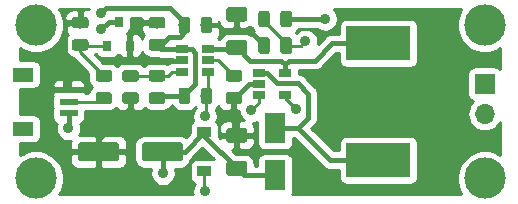
<source format=gtl>
G04 #@! TF.GenerationSoftware,KiCad,Pcbnew,(5.1.4)-1*
G04 #@! TF.CreationDate,2020-03-24T23:26:33+09:00*
G04 #@! TF.ProjectId,solenoid-driver,736f6c65-6e6f-4696-942d-647269766572,rev?*
G04 #@! TF.SameCoordinates,Original*
G04 #@! TF.FileFunction,Copper,L1,Top*
G04 #@! TF.FilePolarity,Positive*
%FSLAX46Y46*%
G04 Gerber Fmt 4.6, Leading zero omitted, Abs format (unit mm)*
G04 Created by KiCad (PCBNEW (5.1.4)-1) date 2020-03-24 23:26:33*
%MOMM*%
%LPD*%
G04 APERTURE LIST*
%ADD10R,1.200000X0.900000*%
%ADD11C,0.100000*%
%ADD12C,0.975000*%
%ADD13R,0.800000X0.900000*%
%ADD14C,3.500000*%
%ADD15O,1.700000X1.700000*%
%ADD16R,1.700000X1.700000*%
%ADD17R,1.060000X0.650000*%
%ADD18R,5.400000X2.900000*%
%ADD19R,1.550000X0.600000*%
%ADD20R,1.800000X1.200000*%
%ADD21R,1.800000X2.500000*%
%ADD22C,1.600000*%
%ADD23C,1.250000*%
%ADD24C,0.889000*%
%ADD25C,0.381000*%
%ADD26C,0.254000*%
G04 APERTURE END LIST*
D10*
X186250000Y-123400000D03*
X186250000Y-120100000D03*
D11*
G36*
X178230142Y-116701174D02*
G01*
X178253803Y-116704684D01*
X178277007Y-116710496D01*
X178299529Y-116718554D01*
X178321153Y-116728782D01*
X178341670Y-116741079D01*
X178360883Y-116755329D01*
X178378607Y-116771393D01*
X178394671Y-116789117D01*
X178408921Y-116808330D01*
X178421218Y-116828847D01*
X178431446Y-116850471D01*
X178439504Y-116872993D01*
X178445316Y-116896197D01*
X178448826Y-116919858D01*
X178450000Y-116943750D01*
X178450000Y-117431250D01*
X178448826Y-117455142D01*
X178445316Y-117478803D01*
X178439504Y-117502007D01*
X178431446Y-117524529D01*
X178421218Y-117546153D01*
X178408921Y-117566670D01*
X178394671Y-117585883D01*
X178378607Y-117603607D01*
X178360883Y-117619671D01*
X178341670Y-117633921D01*
X178321153Y-117646218D01*
X178299529Y-117656446D01*
X178277007Y-117664504D01*
X178253803Y-117670316D01*
X178230142Y-117673826D01*
X178206250Y-117675000D01*
X177293750Y-117675000D01*
X177269858Y-117673826D01*
X177246197Y-117670316D01*
X177222993Y-117664504D01*
X177200471Y-117656446D01*
X177178847Y-117646218D01*
X177158330Y-117633921D01*
X177139117Y-117619671D01*
X177121393Y-117603607D01*
X177105329Y-117585883D01*
X177091079Y-117566670D01*
X177078782Y-117546153D01*
X177068554Y-117524529D01*
X177060496Y-117502007D01*
X177054684Y-117478803D01*
X177051174Y-117455142D01*
X177050000Y-117431250D01*
X177050000Y-116943750D01*
X177051174Y-116919858D01*
X177054684Y-116896197D01*
X177060496Y-116872993D01*
X177068554Y-116850471D01*
X177078782Y-116828847D01*
X177091079Y-116808330D01*
X177105329Y-116789117D01*
X177121393Y-116771393D01*
X177139117Y-116755329D01*
X177158330Y-116741079D01*
X177178847Y-116728782D01*
X177200471Y-116718554D01*
X177222993Y-116710496D01*
X177246197Y-116704684D01*
X177269858Y-116701174D01*
X177293750Y-116700000D01*
X178206250Y-116700000D01*
X178230142Y-116701174D01*
X178230142Y-116701174D01*
G37*
D12*
X177750000Y-117187500D03*
D11*
G36*
X178230142Y-114826174D02*
G01*
X178253803Y-114829684D01*
X178277007Y-114835496D01*
X178299529Y-114843554D01*
X178321153Y-114853782D01*
X178341670Y-114866079D01*
X178360883Y-114880329D01*
X178378607Y-114896393D01*
X178394671Y-114914117D01*
X178408921Y-114933330D01*
X178421218Y-114953847D01*
X178431446Y-114975471D01*
X178439504Y-114997993D01*
X178445316Y-115021197D01*
X178448826Y-115044858D01*
X178450000Y-115068750D01*
X178450000Y-115556250D01*
X178448826Y-115580142D01*
X178445316Y-115603803D01*
X178439504Y-115627007D01*
X178431446Y-115649529D01*
X178421218Y-115671153D01*
X178408921Y-115691670D01*
X178394671Y-115710883D01*
X178378607Y-115728607D01*
X178360883Y-115744671D01*
X178341670Y-115758921D01*
X178321153Y-115771218D01*
X178299529Y-115781446D01*
X178277007Y-115789504D01*
X178253803Y-115795316D01*
X178230142Y-115798826D01*
X178206250Y-115800000D01*
X177293750Y-115800000D01*
X177269858Y-115798826D01*
X177246197Y-115795316D01*
X177222993Y-115789504D01*
X177200471Y-115781446D01*
X177178847Y-115771218D01*
X177158330Y-115758921D01*
X177139117Y-115744671D01*
X177121393Y-115728607D01*
X177105329Y-115710883D01*
X177091079Y-115691670D01*
X177078782Y-115671153D01*
X177068554Y-115649529D01*
X177060496Y-115627007D01*
X177054684Y-115603803D01*
X177051174Y-115580142D01*
X177050000Y-115556250D01*
X177050000Y-115068750D01*
X177051174Y-115044858D01*
X177054684Y-115021197D01*
X177060496Y-114997993D01*
X177068554Y-114975471D01*
X177078782Y-114953847D01*
X177091079Y-114933330D01*
X177105329Y-114914117D01*
X177121393Y-114896393D01*
X177139117Y-114880329D01*
X177158330Y-114866079D01*
X177178847Y-114853782D01*
X177200471Y-114843554D01*
X177222993Y-114835496D01*
X177246197Y-114829684D01*
X177269858Y-114826174D01*
X177293750Y-114825000D01*
X178206250Y-114825000D01*
X178230142Y-114826174D01*
X178230142Y-114826174D01*
G37*
D12*
X177750000Y-115312500D03*
D13*
X179000000Y-110750000D03*
X179950000Y-112750000D03*
X178050000Y-112750000D03*
D11*
G36*
X176230142Y-112201174D02*
G01*
X176253803Y-112204684D01*
X176277007Y-112210496D01*
X176299529Y-112218554D01*
X176321153Y-112228782D01*
X176341670Y-112241079D01*
X176360883Y-112255329D01*
X176378607Y-112271393D01*
X176394671Y-112289117D01*
X176408921Y-112308330D01*
X176421218Y-112328847D01*
X176431446Y-112350471D01*
X176439504Y-112372993D01*
X176445316Y-112396197D01*
X176448826Y-112419858D01*
X176450000Y-112443750D01*
X176450000Y-112931250D01*
X176448826Y-112955142D01*
X176445316Y-112978803D01*
X176439504Y-113002007D01*
X176431446Y-113024529D01*
X176421218Y-113046153D01*
X176408921Y-113066670D01*
X176394671Y-113085883D01*
X176378607Y-113103607D01*
X176360883Y-113119671D01*
X176341670Y-113133921D01*
X176321153Y-113146218D01*
X176299529Y-113156446D01*
X176277007Y-113164504D01*
X176253803Y-113170316D01*
X176230142Y-113173826D01*
X176206250Y-113175000D01*
X175293750Y-113175000D01*
X175269858Y-113173826D01*
X175246197Y-113170316D01*
X175222993Y-113164504D01*
X175200471Y-113156446D01*
X175178847Y-113146218D01*
X175158330Y-113133921D01*
X175139117Y-113119671D01*
X175121393Y-113103607D01*
X175105329Y-113085883D01*
X175091079Y-113066670D01*
X175078782Y-113046153D01*
X175068554Y-113024529D01*
X175060496Y-113002007D01*
X175054684Y-112978803D01*
X175051174Y-112955142D01*
X175050000Y-112931250D01*
X175050000Y-112443750D01*
X175051174Y-112419858D01*
X175054684Y-112396197D01*
X175060496Y-112372993D01*
X175068554Y-112350471D01*
X175078782Y-112328847D01*
X175091079Y-112308330D01*
X175105329Y-112289117D01*
X175121393Y-112271393D01*
X175139117Y-112255329D01*
X175158330Y-112241079D01*
X175178847Y-112228782D01*
X175200471Y-112218554D01*
X175222993Y-112210496D01*
X175246197Y-112204684D01*
X175269858Y-112201174D01*
X175293750Y-112200000D01*
X176206250Y-112200000D01*
X176230142Y-112201174D01*
X176230142Y-112201174D01*
G37*
D12*
X175750000Y-112687500D03*
D11*
G36*
X176230142Y-110326174D02*
G01*
X176253803Y-110329684D01*
X176277007Y-110335496D01*
X176299529Y-110343554D01*
X176321153Y-110353782D01*
X176341670Y-110366079D01*
X176360883Y-110380329D01*
X176378607Y-110396393D01*
X176394671Y-110414117D01*
X176408921Y-110433330D01*
X176421218Y-110453847D01*
X176431446Y-110475471D01*
X176439504Y-110497993D01*
X176445316Y-110521197D01*
X176448826Y-110544858D01*
X176450000Y-110568750D01*
X176450000Y-111056250D01*
X176448826Y-111080142D01*
X176445316Y-111103803D01*
X176439504Y-111127007D01*
X176431446Y-111149529D01*
X176421218Y-111171153D01*
X176408921Y-111191670D01*
X176394671Y-111210883D01*
X176378607Y-111228607D01*
X176360883Y-111244671D01*
X176341670Y-111258921D01*
X176321153Y-111271218D01*
X176299529Y-111281446D01*
X176277007Y-111289504D01*
X176253803Y-111295316D01*
X176230142Y-111298826D01*
X176206250Y-111300000D01*
X175293750Y-111300000D01*
X175269858Y-111298826D01*
X175246197Y-111295316D01*
X175222993Y-111289504D01*
X175200471Y-111281446D01*
X175178847Y-111271218D01*
X175158330Y-111258921D01*
X175139117Y-111244671D01*
X175121393Y-111228607D01*
X175105329Y-111210883D01*
X175091079Y-111191670D01*
X175078782Y-111171153D01*
X175068554Y-111149529D01*
X175060496Y-111127007D01*
X175054684Y-111103803D01*
X175051174Y-111080142D01*
X175050000Y-111056250D01*
X175050000Y-110568750D01*
X175051174Y-110544858D01*
X175054684Y-110521197D01*
X175060496Y-110497993D01*
X175068554Y-110475471D01*
X175078782Y-110453847D01*
X175091079Y-110433330D01*
X175105329Y-110414117D01*
X175121393Y-110396393D01*
X175139117Y-110380329D01*
X175158330Y-110366079D01*
X175178847Y-110353782D01*
X175200471Y-110343554D01*
X175222993Y-110335496D01*
X175246197Y-110329684D01*
X175269858Y-110326174D01*
X175293750Y-110325000D01*
X176206250Y-110325000D01*
X176230142Y-110326174D01*
X176230142Y-110326174D01*
G37*
D12*
X175750000Y-110812500D03*
D11*
G36*
X182730142Y-116701174D02*
G01*
X182753803Y-116704684D01*
X182777007Y-116710496D01*
X182799529Y-116718554D01*
X182821153Y-116728782D01*
X182841670Y-116741079D01*
X182860883Y-116755329D01*
X182878607Y-116771393D01*
X182894671Y-116789117D01*
X182908921Y-116808330D01*
X182921218Y-116828847D01*
X182931446Y-116850471D01*
X182939504Y-116872993D01*
X182945316Y-116896197D01*
X182948826Y-116919858D01*
X182950000Y-116943750D01*
X182950000Y-117431250D01*
X182948826Y-117455142D01*
X182945316Y-117478803D01*
X182939504Y-117502007D01*
X182931446Y-117524529D01*
X182921218Y-117546153D01*
X182908921Y-117566670D01*
X182894671Y-117585883D01*
X182878607Y-117603607D01*
X182860883Y-117619671D01*
X182841670Y-117633921D01*
X182821153Y-117646218D01*
X182799529Y-117656446D01*
X182777007Y-117664504D01*
X182753803Y-117670316D01*
X182730142Y-117673826D01*
X182706250Y-117675000D01*
X181793750Y-117675000D01*
X181769858Y-117673826D01*
X181746197Y-117670316D01*
X181722993Y-117664504D01*
X181700471Y-117656446D01*
X181678847Y-117646218D01*
X181658330Y-117633921D01*
X181639117Y-117619671D01*
X181621393Y-117603607D01*
X181605329Y-117585883D01*
X181591079Y-117566670D01*
X181578782Y-117546153D01*
X181568554Y-117524529D01*
X181560496Y-117502007D01*
X181554684Y-117478803D01*
X181551174Y-117455142D01*
X181550000Y-117431250D01*
X181550000Y-116943750D01*
X181551174Y-116919858D01*
X181554684Y-116896197D01*
X181560496Y-116872993D01*
X181568554Y-116850471D01*
X181578782Y-116828847D01*
X181591079Y-116808330D01*
X181605329Y-116789117D01*
X181621393Y-116771393D01*
X181639117Y-116755329D01*
X181658330Y-116741079D01*
X181678847Y-116728782D01*
X181700471Y-116718554D01*
X181722993Y-116710496D01*
X181746197Y-116704684D01*
X181769858Y-116701174D01*
X181793750Y-116700000D01*
X182706250Y-116700000D01*
X182730142Y-116701174D01*
X182730142Y-116701174D01*
G37*
D12*
X182250000Y-117187500D03*
D11*
G36*
X182730142Y-114826174D02*
G01*
X182753803Y-114829684D01*
X182777007Y-114835496D01*
X182799529Y-114843554D01*
X182821153Y-114853782D01*
X182841670Y-114866079D01*
X182860883Y-114880329D01*
X182878607Y-114896393D01*
X182894671Y-114914117D01*
X182908921Y-114933330D01*
X182921218Y-114953847D01*
X182931446Y-114975471D01*
X182939504Y-114997993D01*
X182945316Y-115021197D01*
X182948826Y-115044858D01*
X182950000Y-115068750D01*
X182950000Y-115556250D01*
X182948826Y-115580142D01*
X182945316Y-115603803D01*
X182939504Y-115627007D01*
X182931446Y-115649529D01*
X182921218Y-115671153D01*
X182908921Y-115691670D01*
X182894671Y-115710883D01*
X182878607Y-115728607D01*
X182860883Y-115744671D01*
X182841670Y-115758921D01*
X182821153Y-115771218D01*
X182799529Y-115781446D01*
X182777007Y-115789504D01*
X182753803Y-115795316D01*
X182730142Y-115798826D01*
X182706250Y-115800000D01*
X181793750Y-115800000D01*
X181769858Y-115798826D01*
X181746197Y-115795316D01*
X181722993Y-115789504D01*
X181700471Y-115781446D01*
X181678847Y-115771218D01*
X181658330Y-115758921D01*
X181639117Y-115744671D01*
X181621393Y-115728607D01*
X181605329Y-115710883D01*
X181591079Y-115691670D01*
X181578782Y-115671153D01*
X181568554Y-115649529D01*
X181560496Y-115627007D01*
X181554684Y-115603803D01*
X181551174Y-115580142D01*
X181550000Y-115556250D01*
X181550000Y-115068750D01*
X181551174Y-115044858D01*
X181554684Y-115021197D01*
X181560496Y-114997993D01*
X181568554Y-114975471D01*
X181578782Y-114953847D01*
X181591079Y-114933330D01*
X181605329Y-114914117D01*
X181621393Y-114896393D01*
X181639117Y-114880329D01*
X181658330Y-114866079D01*
X181678847Y-114853782D01*
X181700471Y-114843554D01*
X181722993Y-114835496D01*
X181746197Y-114829684D01*
X181769858Y-114826174D01*
X181793750Y-114825000D01*
X182706250Y-114825000D01*
X182730142Y-114826174D01*
X182730142Y-114826174D01*
G37*
D12*
X182250000Y-115312500D03*
D11*
G36*
X180480142Y-116701174D02*
G01*
X180503803Y-116704684D01*
X180527007Y-116710496D01*
X180549529Y-116718554D01*
X180571153Y-116728782D01*
X180591670Y-116741079D01*
X180610883Y-116755329D01*
X180628607Y-116771393D01*
X180644671Y-116789117D01*
X180658921Y-116808330D01*
X180671218Y-116828847D01*
X180681446Y-116850471D01*
X180689504Y-116872993D01*
X180695316Y-116896197D01*
X180698826Y-116919858D01*
X180700000Y-116943750D01*
X180700000Y-117431250D01*
X180698826Y-117455142D01*
X180695316Y-117478803D01*
X180689504Y-117502007D01*
X180681446Y-117524529D01*
X180671218Y-117546153D01*
X180658921Y-117566670D01*
X180644671Y-117585883D01*
X180628607Y-117603607D01*
X180610883Y-117619671D01*
X180591670Y-117633921D01*
X180571153Y-117646218D01*
X180549529Y-117656446D01*
X180527007Y-117664504D01*
X180503803Y-117670316D01*
X180480142Y-117673826D01*
X180456250Y-117675000D01*
X179543750Y-117675000D01*
X179519858Y-117673826D01*
X179496197Y-117670316D01*
X179472993Y-117664504D01*
X179450471Y-117656446D01*
X179428847Y-117646218D01*
X179408330Y-117633921D01*
X179389117Y-117619671D01*
X179371393Y-117603607D01*
X179355329Y-117585883D01*
X179341079Y-117566670D01*
X179328782Y-117546153D01*
X179318554Y-117524529D01*
X179310496Y-117502007D01*
X179304684Y-117478803D01*
X179301174Y-117455142D01*
X179300000Y-117431250D01*
X179300000Y-116943750D01*
X179301174Y-116919858D01*
X179304684Y-116896197D01*
X179310496Y-116872993D01*
X179318554Y-116850471D01*
X179328782Y-116828847D01*
X179341079Y-116808330D01*
X179355329Y-116789117D01*
X179371393Y-116771393D01*
X179389117Y-116755329D01*
X179408330Y-116741079D01*
X179428847Y-116728782D01*
X179450471Y-116718554D01*
X179472993Y-116710496D01*
X179496197Y-116704684D01*
X179519858Y-116701174D01*
X179543750Y-116700000D01*
X180456250Y-116700000D01*
X180480142Y-116701174D01*
X180480142Y-116701174D01*
G37*
D12*
X180000000Y-117187500D03*
D11*
G36*
X180480142Y-114826174D02*
G01*
X180503803Y-114829684D01*
X180527007Y-114835496D01*
X180549529Y-114843554D01*
X180571153Y-114853782D01*
X180591670Y-114866079D01*
X180610883Y-114880329D01*
X180628607Y-114896393D01*
X180644671Y-114914117D01*
X180658921Y-114933330D01*
X180671218Y-114953847D01*
X180681446Y-114975471D01*
X180689504Y-114997993D01*
X180695316Y-115021197D01*
X180698826Y-115044858D01*
X180700000Y-115068750D01*
X180700000Y-115556250D01*
X180698826Y-115580142D01*
X180695316Y-115603803D01*
X180689504Y-115627007D01*
X180681446Y-115649529D01*
X180671218Y-115671153D01*
X180658921Y-115691670D01*
X180644671Y-115710883D01*
X180628607Y-115728607D01*
X180610883Y-115744671D01*
X180591670Y-115758921D01*
X180571153Y-115771218D01*
X180549529Y-115781446D01*
X180527007Y-115789504D01*
X180503803Y-115795316D01*
X180480142Y-115798826D01*
X180456250Y-115800000D01*
X179543750Y-115800000D01*
X179519858Y-115798826D01*
X179496197Y-115795316D01*
X179472993Y-115789504D01*
X179450471Y-115781446D01*
X179428847Y-115771218D01*
X179408330Y-115758921D01*
X179389117Y-115744671D01*
X179371393Y-115728607D01*
X179355329Y-115710883D01*
X179341079Y-115691670D01*
X179328782Y-115671153D01*
X179318554Y-115649529D01*
X179310496Y-115627007D01*
X179304684Y-115603803D01*
X179301174Y-115580142D01*
X179300000Y-115556250D01*
X179300000Y-115068750D01*
X179301174Y-115044858D01*
X179304684Y-115021197D01*
X179310496Y-114997993D01*
X179318554Y-114975471D01*
X179328782Y-114953847D01*
X179341079Y-114933330D01*
X179355329Y-114914117D01*
X179371393Y-114896393D01*
X179389117Y-114880329D01*
X179408330Y-114866079D01*
X179428847Y-114853782D01*
X179450471Y-114843554D01*
X179472993Y-114835496D01*
X179496197Y-114829684D01*
X179519858Y-114826174D01*
X179543750Y-114825000D01*
X180456250Y-114825000D01*
X180480142Y-114826174D01*
X180480142Y-114826174D01*
G37*
D12*
X180000000Y-115312500D03*
D14*
X210000000Y-124000000D03*
X210000000Y-111000000D03*
X172000000Y-124000000D03*
X172000000Y-111000000D03*
D15*
X210000000Y-118540000D03*
D16*
X210000000Y-116000000D03*
D17*
X193100000Y-115050000D03*
X193100000Y-116950000D03*
X190900000Y-116950000D03*
X190900000Y-116000000D03*
X190900000Y-115050000D03*
X184400000Y-113050000D03*
X184400000Y-114000000D03*
X184400000Y-114950000D03*
X186600000Y-114950000D03*
X186600000Y-113050000D03*
X186600000Y-114000000D03*
D11*
G36*
X191580142Y-112051174D02*
G01*
X191603803Y-112054684D01*
X191627007Y-112060496D01*
X191649529Y-112068554D01*
X191671153Y-112078782D01*
X191691670Y-112091079D01*
X191710883Y-112105329D01*
X191728607Y-112121393D01*
X191744671Y-112139117D01*
X191758921Y-112158330D01*
X191771218Y-112178847D01*
X191781446Y-112200471D01*
X191789504Y-112222993D01*
X191795316Y-112246197D01*
X191798826Y-112269858D01*
X191800000Y-112293750D01*
X191800000Y-113206250D01*
X191798826Y-113230142D01*
X191795316Y-113253803D01*
X191789504Y-113277007D01*
X191781446Y-113299529D01*
X191771218Y-113321153D01*
X191758921Y-113341670D01*
X191744671Y-113360883D01*
X191728607Y-113378607D01*
X191710883Y-113394671D01*
X191691670Y-113408921D01*
X191671153Y-113421218D01*
X191649529Y-113431446D01*
X191627007Y-113439504D01*
X191603803Y-113445316D01*
X191580142Y-113448826D01*
X191556250Y-113450000D01*
X191068750Y-113450000D01*
X191044858Y-113448826D01*
X191021197Y-113445316D01*
X190997993Y-113439504D01*
X190975471Y-113431446D01*
X190953847Y-113421218D01*
X190933330Y-113408921D01*
X190914117Y-113394671D01*
X190896393Y-113378607D01*
X190880329Y-113360883D01*
X190866079Y-113341670D01*
X190853782Y-113321153D01*
X190843554Y-113299529D01*
X190835496Y-113277007D01*
X190829684Y-113253803D01*
X190826174Y-113230142D01*
X190825000Y-113206250D01*
X190825000Y-112293750D01*
X190826174Y-112269858D01*
X190829684Y-112246197D01*
X190835496Y-112222993D01*
X190843554Y-112200471D01*
X190853782Y-112178847D01*
X190866079Y-112158330D01*
X190880329Y-112139117D01*
X190896393Y-112121393D01*
X190914117Y-112105329D01*
X190933330Y-112091079D01*
X190953847Y-112078782D01*
X190975471Y-112068554D01*
X190997993Y-112060496D01*
X191021197Y-112054684D01*
X191044858Y-112051174D01*
X191068750Y-112050000D01*
X191556250Y-112050000D01*
X191580142Y-112051174D01*
X191580142Y-112051174D01*
G37*
D12*
X191312500Y-112750000D03*
D11*
G36*
X193455142Y-112051174D02*
G01*
X193478803Y-112054684D01*
X193502007Y-112060496D01*
X193524529Y-112068554D01*
X193546153Y-112078782D01*
X193566670Y-112091079D01*
X193585883Y-112105329D01*
X193603607Y-112121393D01*
X193619671Y-112139117D01*
X193633921Y-112158330D01*
X193646218Y-112178847D01*
X193656446Y-112200471D01*
X193664504Y-112222993D01*
X193670316Y-112246197D01*
X193673826Y-112269858D01*
X193675000Y-112293750D01*
X193675000Y-113206250D01*
X193673826Y-113230142D01*
X193670316Y-113253803D01*
X193664504Y-113277007D01*
X193656446Y-113299529D01*
X193646218Y-113321153D01*
X193633921Y-113341670D01*
X193619671Y-113360883D01*
X193603607Y-113378607D01*
X193585883Y-113394671D01*
X193566670Y-113408921D01*
X193546153Y-113421218D01*
X193524529Y-113431446D01*
X193502007Y-113439504D01*
X193478803Y-113445316D01*
X193455142Y-113448826D01*
X193431250Y-113450000D01*
X192943750Y-113450000D01*
X192919858Y-113448826D01*
X192896197Y-113445316D01*
X192872993Y-113439504D01*
X192850471Y-113431446D01*
X192828847Y-113421218D01*
X192808330Y-113408921D01*
X192789117Y-113394671D01*
X192771393Y-113378607D01*
X192755329Y-113360883D01*
X192741079Y-113341670D01*
X192728782Y-113321153D01*
X192718554Y-113299529D01*
X192710496Y-113277007D01*
X192704684Y-113253803D01*
X192701174Y-113230142D01*
X192700000Y-113206250D01*
X192700000Y-112293750D01*
X192701174Y-112269858D01*
X192704684Y-112246197D01*
X192710496Y-112222993D01*
X192718554Y-112200471D01*
X192728782Y-112178847D01*
X192741079Y-112158330D01*
X192755329Y-112139117D01*
X192771393Y-112121393D01*
X192789117Y-112105329D01*
X192808330Y-112091079D01*
X192828847Y-112078782D01*
X192850471Y-112068554D01*
X192872993Y-112060496D01*
X192896197Y-112054684D01*
X192919858Y-112051174D01*
X192943750Y-112050000D01*
X193431250Y-112050000D01*
X193455142Y-112051174D01*
X193455142Y-112051174D01*
G37*
D12*
X193187500Y-112750000D03*
D11*
G36*
X191580142Y-109801174D02*
G01*
X191603803Y-109804684D01*
X191627007Y-109810496D01*
X191649529Y-109818554D01*
X191671153Y-109828782D01*
X191691670Y-109841079D01*
X191710883Y-109855329D01*
X191728607Y-109871393D01*
X191744671Y-109889117D01*
X191758921Y-109908330D01*
X191771218Y-109928847D01*
X191781446Y-109950471D01*
X191789504Y-109972993D01*
X191795316Y-109996197D01*
X191798826Y-110019858D01*
X191800000Y-110043750D01*
X191800000Y-110956250D01*
X191798826Y-110980142D01*
X191795316Y-111003803D01*
X191789504Y-111027007D01*
X191781446Y-111049529D01*
X191771218Y-111071153D01*
X191758921Y-111091670D01*
X191744671Y-111110883D01*
X191728607Y-111128607D01*
X191710883Y-111144671D01*
X191691670Y-111158921D01*
X191671153Y-111171218D01*
X191649529Y-111181446D01*
X191627007Y-111189504D01*
X191603803Y-111195316D01*
X191580142Y-111198826D01*
X191556250Y-111200000D01*
X191068750Y-111200000D01*
X191044858Y-111198826D01*
X191021197Y-111195316D01*
X190997993Y-111189504D01*
X190975471Y-111181446D01*
X190953847Y-111171218D01*
X190933330Y-111158921D01*
X190914117Y-111144671D01*
X190896393Y-111128607D01*
X190880329Y-111110883D01*
X190866079Y-111091670D01*
X190853782Y-111071153D01*
X190843554Y-111049529D01*
X190835496Y-111027007D01*
X190829684Y-111003803D01*
X190826174Y-110980142D01*
X190825000Y-110956250D01*
X190825000Y-110043750D01*
X190826174Y-110019858D01*
X190829684Y-109996197D01*
X190835496Y-109972993D01*
X190843554Y-109950471D01*
X190853782Y-109928847D01*
X190866079Y-109908330D01*
X190880329Y-109889117D01*
X190896393Y-109871393D01*
X190914117Y-109855329D01*
X190933330Y-109841079D01*
X190953847Y-109828782D01*
X190975471Y-109818554D01*
X190997993Y-109810496D01*
X191021197Y-109804684D01*
X191044858Y-109801174D01*
X191068750Y-109800000D01*
X191556250Y-109800000D01*
X191580142Y-109801174D01*
X191580142Y-109801174D01*
G37*
D12*
X191312500Y-110500000D03*
D11*
G36*
X193455142Y-109801174D02*
G01*
X193478803Y-109804684D01*
X193502007Y-109810496D01*
X193524529Y-109818554D01*
X193546153Y-109828782D01*
X193566670Y-109841079D01*
X193585883Y-109855329D01*
X193603607Y-109871393D01*
X193619671Y-109889117D01*
X193633921Y-109908330D01*
X193646218Y-109928847D01*
X193656446Y-109950471D01*
X193664504Y-109972993D01*
X193670316Y-109996197D01*
X193673826Y-110019858D01*
X193675000Y-110043750D01*
X193675000Y-110956250D01*
X193673826Y-110980142D01*
X193670316Y-111003803D01*
X193664504Y-111027007D01*
X193656446Y-111049529D01*
X193646218Y-111071153D01*
X193633921Y-111091670D01*
X193619671Y-111110883D01*
X193603607Y-111128607D01*
X193585883Y-111144671D01*
X193566670Y-111158921D01*
X193546153Y-111171218D01*
X193524529Y-111181446D01*
X193502007Y-111189504D01*
X193478803Y-111195316D01*
X193455142Y-111198826D01*
X193431250Y-111200000D01*
X192943750Y-111200000D01*
X192919858Y-111198826D01*
X192896197Y-111195316D01*
X192872993Y-111189504D01*
X192850471Y-111181446D01*
X192828847Y-111171218D01*
X192808330Y-111158921D01*
X192789117Y-111144671D01*
X192771393Y-111128607D01*
X192755329Y-111110883D01*
X192741079Y-111091670D01*
X192728782Y-111071153D01*
X192718554Y-111049529D01*
X192710496Y-111027007D01*
X192704684Y-111003803D01*
X192701174Y-110980142D01*
X192700000Y-110956250D01*
X192700000Y-110043750D01*
X192701174Y-110019858D01*
X192704684Y-109996197D01*
X192710496Y-109972993D01*
X192718554Y-109950471D01*
X192728782Y-109928847D01*
X192741079Y-109908330D01*
X192755329Y-109889117D01*
X192771393Y-109871393D01*
X192789117Y-109855329D01*
X192808330Y-109841079D01*
X192828847Y-109828782D01*
X192850471Y-109818554D01*
X192872993Y-109810496D01*
X192896197Y-109804684D01*
X192919858Y-109801174D01*
X192943750Y-109800000D01*
X193431250Y-109800000D01*
X193455142Y-109801174D01*
X193455142Y-109801174D01*
G37*
D12*
X193187500Y-110500000D03*
D11*
G36*
X186705142Y-116301174D02*
G01*
X186728803Y-116304684D01*
X186752007Y-116310496D01*
X186774529Y-116318554D01*
X186796153Y-116328782D01*
X186816670Y-116341079D01*
X186835883Y-116355329D01*
X186853607Y-116371393D01*
X186869671Y-116389117D01*
X186883921Y-116408330D01*
X186896218Y-116428847D01*
X186906446Y-116450471D01*
X186914504Y-116472993D01*
X186920316Y-116496197D01*
X186923826Y-116519858D01*
X186925000Y-116543750D01*
X186925000Y-117456250D01*
X186923826Y-117480142D01*
X186920316Y-117503803D01*
X186914504Y-117527007D01*
X186906446Y-117549529D01*
X186896218Y-117571153D01*
X186883921Y-117591670D01*
X186869671Y-117610883D01*
X186853607Y-117628607D01*
X186835883Y-117644671D01*
X186816670Y-117658921D01*
X186796153Y-117671218D01*
X186774529Y-117681446D01*
X186752007Y-117689504D01*
X186728803Y-117695316D01*
X186705142Y-117698826D01*
X186681250Y-117700000D01*
X186193750Y-117700000D01*
X186169858Y-117698826D01*
X186146197Y-117695316D01*
X186122993Y-117689504D01*
X186100471Y-117681446D01*
X186078847Y-117671218D01*
X186058330Y-117658921D01*
X186039117Y-117644671D01*
X186021393Y-117628607D01*
X186005329Y-117610883D01*
X185991079Y-117591670D01*
X185978782Y-117571153D01*
X185968554Y-117549529D01*
X185960496Y-117527007D01*
X185954684Y-117503803D01*
X185951174Y-117480142D01*
X185950000Y-117456250D01*
X185950000Y-116543750D01*
X185951174Y-116519858D01*
X185954684Y-116496197D01*
X185960496Y-116472993D01*
X185968554Y-116450471D01*
X185978782Y-116428847D01*
X185991079Y-116408330D01*
X186005329Y-116389117D01*
X186021393Y-116371393D01*
X186039117Y-116355329D01*
X186058330Y-116341079D01*
X186078847Y-116328782D01*
X186100471Y-116318554D01*
X186122993Y-116310496D01*
X186146197Y-116304684D01*
X186169858Y-116301174D01*
X186193750Y-116300000D01*
X186681250Y-116300000D01*
X186705142Y-116301174D01*
X186705142Y-116301174D01*
G37*
D12*
X186437500Y-117000000D03*
D11*
G36*
X184830142Y-116301174D02*
G01*
X184853803Y-116304684D01*
X184877007Y-116310496D01*
X184899529Y-116318554D01*
X184921153Y-116328782D01*
X184941670Y-116341079D01*
X184960883Y-116355329D01*
X184978607Y-116371393D01*
X184994671Y-116389117D01*
X185008921Y-116408330D01*
X185021218Y-116428847D01*
X185031446Y-116450471D01*
X185039504Y-116472993D01*
X185045316Y-116496197D01*
X185048826Y-116519858D01*
X185050000Y-116543750D01*
X185050000Y-117456250D01*
X185048826Y-117480142D01*
X185045316Y-117503803D01*
X185039504Y-117527007D01*
X185031446Y-117549529D01*
X185021218Y-117571153D01*
X185008921Y-117591670D01*
X184994671Y-117610883D01*
X184978607Y-117628607D01*
X184960883Y-117644671D01*
X184941670Y-117658921D01*
X184921153Y-117671218D01*
X184899529Y-117681446D01*
X184877007Y-117689504D01*
X184853803Y-117695316D01*
X184830142Y-117698826D01*
X184806250Y-117700000D01*
X184318750Y-117700000D01*
X184294858Y-117698826D01*
X184271197Y-117695316D01*
X184247993Y-117689504D01*
X184225471Y-117681446D01*
X184203847Y-117671218D01*
X184183330Y-117658921D01*
X184164117Y-117644671D01*
X184146393Y-117628607D01*
X184130329Y-117610883D01*
X184116079Y-117591670D01*
X184103782Y-117571153D01*
X184093554Y-117549529D01*
X184085496Y-117527007D01*
X184079684Y-117503803D01*
X184076174Y-117480142D01*
X184075000Y-117456250D01*
X184075000Y-116543750D01*
X184076174Y-116519858D01*
X184079684Y-116496197D01*
X184085496Y-116472993D01*
X184093554Y-116450471D01*
X184103782Y-116428847D01*
X184116079Y-116408330D01*
X184130329Y-116389117D01*
X184146393Y-116371393D01*
X184164117Y-116355329D01*
X184183330Y-116341079D01*
X184203847Y-116328782D01*
X184225471Y-116318554D01*
X184247993Y-116310496D01*
X184271197Y-116304684D01*
X184294858Y-116301174D01*
X184318750Y-116300000D01*
X184806250Y-116300000D01*
X184830142Y-116301174D01*
X184830142Y-116301174D01*
G37*
D12*
X184562500Y-117000000D03*
D11*
G36*
X189230142Y-114826174D02*
G01*
X189253803Y-114829684D01*
X189277007Y-114835496D01*
X189299529Y-114843554D01*
X189321153Y-114853782D01*
X189341670Y-114866079D01*
X189360883Y-114880329D01*
X189378607Y-114896393D01*
X189394671Y-114914117D01*
X189408921Y-114933330D01*
X189421218Y-114953847D01*
X189431446Y-114975471D01*
X189439504Y-114997993D01*
X189445316Y-115021197D01*
X189448826Y-115044858D01*
X189450000Y-115068750D01*
X189450000Y-115556250D01*
X189448826Y-115580142D01*
X189445316Y-115603803D01*
X189439504Y-115627007D01*
X189431446Y-115649529D01*
X189421218Y-115671153D01*
X189408921Y-115691670D01*
X189394671Y-115710883D01*
X189378607Y-115728607D01*
X189360883Y-115744671D01*
X189341670Y-115758921D01*
X189321153Y-115771218D01*
X189299529Y-115781446D01*
X189277007Y-115789504D01*
X189253803Y-115795316D01*
X189230142Y-115798826D01*
X189206250Y-115800000D01*
X188293750Y-115800000D01*
X188269858Y-115798826D01*
X188246197Y-115795316D01*
X188222993Y-115789504D01*
X188200471Y-115781446D01*
X188178847Y-115771218D01*
X188158330Y-115758921D01*
X188139117Y-115744671D01*
X188121393Y-115728607D01*
X188105329Y-115710883D01*
X188091079Y-115691670D01*
X188078782Y-115671153D01*
X188068554Y-115649529D01*
X188060496Y-115627007D01*
X188054684Y-115603803D01*
X188051174Y-115580142D01*
X188050000Y-115556250D01*
X188050000Y-115068750D01*
X188051174Y-115044858D01*
X188054684Y-115021197D01*
X188060496Y-114997993D01*
X188068554Y-114975471D01*
X188078782Y-114953847D01*
X188091079Y-114933330D01*
X188105329Y-114914117D01*
X188121393Y-114896393D01*
X188139117Y-114880329D01*
X188158330Y-114866079D01*
X188178847Y-114853782D01*
X188200471Y-114843554D01*
X188222993Y-114835496D01*
X188246197Y-114829684D01*
X188269858Y-114826174D01*
X188293750Y-114825000D01*
X189206250Y-114825000D01*
X189230142Y-114826174D01*
X189230142Y-114826174D01*
G37*
D12*
X188750000Y-115312500D03*
D11*
G36*
X189230142Y-116701174D02*
G01*
X189253803Y-116704684D01*
X189277007Y-116710496D01*
X189299529Y-116718554D01*
X189321153Y-116728782D01*
X189341670Y-116741079D01*
X189360883Y-116755329D01*
X189378607Y-116771393D01*
X189394671Y-116789117D01*
X189408921Y-116808330D01*
X189421218Y-116828847D01*
X189431446Y-116850471D01*
X189439504Y-116872993D01*
X189445316Y-116896197D01*
X189448826Y-116919858D01*
X189450000Y-116943750D01*
X189450000Y-117431250D01*
X189448826Y-117455142D01*
X189445316Y-117478803D01*
X189439504Y-117502007D01*
X189431446Y-117524529D01*
X189421218Y-117546153D01*
X189408921Y-117566670D01*
X189394671Y-117585883D01*
X189378607Y-117603607D01*
X189360883Y-117619671D01*
X189341670Y-117633921D01*
X189321153Y-117646218D01*
X189299529Y-117656446D01*
X189277007Y-117664504D01*
X189253803Y-117670316D01*
X189230142Y-117673826D01*
X189206250Y-117675000D01*
X188293750Y-117675000D01*
X188269858Y-117673826D01*
X188246197Y-117670316D01*
X188222993Y-117664504D01*
X188200471Y-117656446D01*
X188178847Y-117646218D01*
X188158330Y-117633921D01*
X188139117Y-117619671D01*
X188121393Y-117603607D01*
X188105329Y-117585883D01*
X188091079Y-117566670D01*
X188078782Y-117546153D01*
X188068554Y-117524529D01*
X188060496Y-117502007D01*
X188054684Y-117478803D01*
X188051174Y-117455142D01*
X188050000Y-117431250D01*
X188050000Y-116943750D01*
X188051174Y-116919858D01*
X188054684Y-116896197D01*
X188060496Y-116872993D01*
X188068554Y-116850471D01*
X188078782Y-116828847D01*
X188091079Y-116808330D01*
X188105329Y-116789117D01*
X188121393Y-116771393D01*
X188139117Y-116755329D01*
X188158330Y-116741079D01*
X188178847Y-116728782D01*
X188200471Y-116718554D01*
X188222993Y-116710496D01*
X188246197Y-116704684D01*
X188269858Y-116701174D01*
X188293750Y-116700000D01*
X189206250Y-116700000D01*
X189230142Y-116701174D01*
X189230142Y-116701174D01*
G37*
D12*
X188750000Y-117187500D03*
D18*
X201000000Y-122450000D03*
X201000000Y-112550000D03*
D19*
X174775000Y-118500000D03*
X174775000Y-117500000D03*
X174775000Y-116500000D03*
D20*
X170900000Y-115200000D03*
X170900000Y-119800000D03*
D21*
X192250000Y-123750000D03*
X192250000Y-119750000D03*
D11*
G36*
X178824504Y-120951204D02*
G01*
X178848773Y-120954804D01*
X178872571Y-120960765D01*
X178895671Y-120969030D01*
X178917849Y-120979520D01*
X178938893Y-120992133D01*
X178958598Y-121006747D01*
X178976777Y-121023223D01*
X178993253Y-121041402D01*
X179007867Y-121061107D01*
X179020480Y-121082151D01*
X179030970Y-121104329D01*
X179039235Y-121127429D01*
X179045196Y-121151227D01*
X179048796Y-121175496D01*
X179050000Y-121200000D01*
X179050000Y-122300000D01*
X179048796Y-122324504D01*
X179045196Y-122348773D01*
X179039235Y-122372571D01*
X179030970Y-122395671D01*
X179020480Y-122417849D01*
X179007867Y-122438893D01*
X178993253Y-122458598D01*
X178976777Y-122476777D01*
X178958598Y-122493253D01*
X178938893Y-122507867D01*
X178917849Y-122520480D01*
X178895671Y-122530970D01*
X178872571Y-122539235D01*
X178848773Y-122545196D01*
X178824504Y-122548796D01*
X178800000Y-122550000D01*
X175800000Y-122550000D01*
X175775496Y-122548796D01*
X175751227Y-122545196D01*
X175727429Y-122539235D01*
X175704329Y-122530970D01*
X175682151Y-122520480D01*
X175661107Y-122507867D01*
X175641402Y-122493253D01*
X175623223Y-122476777D01*
X175606747Y-122458598D01*
X175592133Y-122438893D01*
X175579520Y-122417849D01*
X175569030Y-122395671D01*
X175560765Y-122372571D01*
X175554804Y-122348773D01*
X175551204Y-122324504D01*
X175550000Y-122300000D01*
X175550000Y-121200000D01*
X175551204Y-121175496D01*
X175554804Y-121151227D01*
X175560765Y-121127429D01*
X175569030Y-121104329D01*
X175579520Y-121082151D01*
X175592133Y-121061107D01*
X175606747Y-121041402D01*
X175623223Y-121023223D01*
X175641402Y-121006747D01*
X175661107Y-120992133D01*
X175682151Y-120979520D01*
X175704329Y-120969030D01*
X175727429Y-120960765D01*
X175751227Y-120954804D01*
X175775496Y-120951204D01*
X175800000Y-120950000D01*
X178800000Y-120950000D01*
X178824504Y-120951204D01*
X178824504Y-120951204D01*
G37*
D22*
X177300000Y-121750000D03*
D11*
G36*
X184224504Y-120951204D02*
G01*
X184248773Y-120954804D01*
X184272571Y-120960765D01*
X184295671Y-120969030D01*
X184317849Y-120979520D01*
X184338893Y-120992133D01*
X184358598Y-121006747D01*
X184376777Y-121023223D01*
X184393253Y-121041402D01*
X184407867Y-121061107D01*
X184420480Y-121082151D01*
X184430970Y-121104329D01*
X184439235Y-121127429D01*
X184445196Y-121151227D01*
X184448796Y-121175496D01*
X184450000Y-121200000D01*
X184450000Y-122300000D01*
X184448796Y-122324504D01*
X184445196Y-122348773D01*
X184439235Y-122372571D01*
X184430970Y-122395671D01*
X184420480Y-122417849D01*
X184407867Y-122438893D01*
X184393253Y-122458598D01*
X184376777Y-122476777D01*
X184358598Y-122493253D01*
X184338893Y-122507867D01*
X184317849Y-122520480D01*
X184295671Y-122530970D01*
X184272571Y-122539235D01*
X184248773Y-122545196D01*
X184224504Y-122548796D01*
X184200000Y-122550000D01*
X181200000Y-122550000D01*
X181175496Y-122548796D01*
X181151227Y-122545196D01*
X181127429Y-122539235D01*
X181104329Y-122530970D01*
X181082151Y-122520480D01*
X181061107Y-122507867D01*
X181041402Y-122493253D01*
X181023223Y-122476777D01*
X181006747Y-122458598D01*
X180992133Y-122438893D01*
X180979520Y-122417849D01*
X180969030Y-122395671D01*
X180960765Y-122372571D01*
X180954804Y-122348773D01*
X180951204Y-122324504D01*
X180950000Y-122300000D01*
X180950000Y-121200000D01*
X180951204Y-121175496D01*
X180954804Y-121151227D01*
X180960765Y-121127429D01*
X180969030Y-121104329D01*
X180979520Y-121082151D01*
X180992133Y-121061107D01*
X181006747Y-121041402D01*
X181023223Y-121023223D01*
X181041402Y-121006747D01*
X181061107Y-120992133D01*
X181082151Y-120979520D01*
X181104329Y-120969030D01*
X181127429Y-120960765D01*
X181151227Y-120954804D01*
X181175496Y-120951204D01*
X181200000Y-120950000D01*
X184200000Y-120950000D01*
X184224504Y-120951204D01*
X184224504Y-120951204D01*
G37*
D22*
X182700000Y-121750000D03*
D11*
G36*
X189649504Y-119726204D02*
G01*
X189673773Y-119729804D01*
X189697571Y-119735765D01*
X189720671Y-119744030D01*
X189742849Y-119754520D01*
X189763893Y-119767133D01*
X189783598Y-119781747D01*
X189801777Y-119798223D01*
X189818253Y-119816402D01*
X189832867Y-119836107D01*
X189845480Y-119857151D01*
X189855970Y-119879329D01*
X189864235Y-119902429D01*
X189870196Y-119926227D01*
X189873796Y-119950496D01*
X189875000Y-119975000D01*
X189875000Y-120725000D01*
X189873796Y-120749504D01*
X189870196Y-120773773D01*
X189864235Y-120797571D01*
X189855970Y-120820671D01*
X189845480Y-120842849D01*
X189832867Y-120863893D01*
X189818253Y-120883598D01*
X189801777Y-120901777D01*
X189783598Y-120918253D01*
X189763893Y-120932867D01*
X189742849Y-120945480D01*
X189720671Y-120955970D01*
X189697571Y-120964235D01*
X189673773Y-120970196D01*
X189649504Y-120973796D01*
X189625000Y-120975000D01*
X188375000Y-120975000D01*
X188350496Y-120973796D01*
X188326227Y-120970196D01*
X188302429Y-120964235D01*
X188279329Y-120955970D01*
X188257151Y-120945480D01*
X188236107Y-120932867D01*
X188216402Y-120918253D01*
X188198223Y-120901777D01*
X188181747Y-120883598D01*
X188167133Y-120863893D01*
X188154520Y-120842849D01*
X188144030Y-120820671D01*
X188135765Y-120797571D01*
X188129804Y-120773773D01*
X188126204Y-120749504D01*
X188125000Y-120725000D01*
X188125000Y-119975000D01*
X188126204Y-119950496D01*
X188129804Y-119926227D01*
X188135765Y-119902429D01*
X188144030Y-119879329D01*
X188154520Y-119857151D01*
X188167133Y-119836107D01*
X188181747Y-119816402D01*
X188198223Y-119798223D01*
X188216402Y-119781747D01*
X188236107Y-119767133D01*
X188257151Y-119754520D01*
X188279329Y-119744030D01*
X188302429Y-119735765D01*
X188326227Y-119729804D01*
X188350496Y-119726204D01*
X188375000Y-119725000D01*
X189625000Y-119725000D01*
X189649504Y-119726204D01*
X189649504Y-119726204D01*
G37*
D23*
X189000000Y-120350000D03*
D11*
G36*
X189649504Y-122526204D02*
G01*
X189673773Y-122529804D01*
X189697571Y-122535765D01*
X189720671Y-122544030D01*
X189742849Y-122554520D01*
X189763893Y-122567133D01*
X189783598Y-122581747D01*
X189801777Y-122598223D01*
X189818253Y-122616402D01*
X189832867Y-122636107D01*
X189845480Y-122657151D01*
X189855970Y-122679329D01*
X189864235Y-122702429D01*
X189870196Y-122726227D01*
X189873796Y-122750496D01*
X189875000Y-122775000D01*
X189875000Y-123525000D01*
X189873796Y-123549504D01*
X189870196Y-123573773D01*
X189864235Y-123597571D01*
X189855970Y-123620671D01*
X189845480Y-123642849D01*
X189832867Y-123663893D01*
X189818253Y-123683598D01*
X189801777Y-123701777D01*
X189783598Y-123718253D01*
X189763893Y-123732867D01*
X189742849Y-123745480D01*
X189720671Y-123755970D01*
X189697571Y-123764235D01*
X189673773Y-123770196D01*
X189649504Y-123773796D01*
X189625000Y-123775000D01*
X188375000Y-123775000D01*
X188350496Y-123773796D01*
X188326227Y-123770196D01*
X188302429Y-123764235D01*
X188279329Y-123755970D01*
X188257151Y-123745480D01*
X188236107Y-123732867D01*
X188216402Y-123718253D01*
X188198223Y-123701777D01*
X188181747Y-123683598D01*
X188167133Y-123663893D01*
X188154520Y-123642849D01*
X188144030Y-123620671D01*
X188135765Y-123597571D01*
X188129804Y-123573773D01*
X188126204Y-123549504D01*
X188125000Y-123525000D01*
X188125000Y-122775000D01*
X188126204Y-122750496D01*
X188129804Y-122726227D01*
X188135765Y-122702429D01*
X188144030Y-122679329D01*
X188154520Y-122657151D01*
X188167133Y-122636107D01*
X188181747Y-122616402D01*
X188198223Y-122598223D01*
X188216402Y-122581747D01*
X188236107Y-122567133D01*
X188257151Y-122554520D01*
X188279329Y-122544030D01*
X188302429Y-122535765D01*
X188326227Y-122529804D01*
X188350496Y-122526204D01*
X188375000Y-122525000D01*
X189625000Y-122525000D01*
X189649504Y-122526204D01*
X189649504Y-122526204D01*
G37*
D23*
X189000000Y-123150000D03*
D11*
G36*
X189649504Y-109476204D02*
G01*
X189673773Y-109479804D01*
X189697571Y-109485765D01*
X189720671Y-109494030D01*
X189742849Y-109504520D01*
X189763893Y-109517133D01*
X189783598Y-109531747D01*
X189801777Y-109548223D01*
X189818253Y-109566402D01*
X189832867Y-109586107D01*
X189845480Y-109607151D01*
X189855970Y-109629329D01*
X189864235Y-109652429D01*
X189870196Y-109676227D01*
X189873796Y-109700496D01*
X189875000Y-109725000D01*
X189875000Y-110475000D01*
X189873796Y-110499504D01*
X189870196Y-110523773D01*
X189864235Y-110547571D01*
X189855970Y-110570671D01*
X189845480Y-110592849D01*
X189832867Y-110613893D01*
X189818253Y-110633598D01*
X189801777Y-110651777D01*
X189783598Y-110668253D01*
X189763893Y-110682867D01*
X189742849Y-110695480D01*
X189720671Y-110705970D01*
X189697571Y-110714235D01*
X189673773Y-110720196D01*
X189649504Y-110723796D01*
X189625000Y-110725000D01*
X188375000Y-110725000D01*
X188350496Y-110723796D01*
X188326227Y-110720196D01*
X188302429Y-110714235D01*
X188279329Y-110705970D01*
X188257151Y-110695480D01*
X188236107Y-110682867D01*
X188216402Y-110668253D01*
X188198223Y-110651777D01*
X188181747Y-110633598D01*
X188167133Y-110613893D01*
X188154520Y-110592849D01*
X188144030Y-110570671D01*
X188135765Y-110547571D01*
X188129804Y-110523773D01*
X188126204Y-110499504D01*
X188125000Y-110475000D01*
X188125000Y-109725000D01*
X188126204Y-109700496D01*
X188129804Y-109676227D01*
X188135765Y-109652429D01*
X188144030Y-109629329D01*
X188154520Y-109607151D01*
X188167133Y-109586107D01*
X188181747Y-109566402D01*
X188198223Y-109548223D01*
X188216402Y-109531747D01*
X188236107Y-109517133D01*
X188257151Y-109504520D01*
X188279329Y-109494030D01*
X188302429Y-109485765D01*
X188326227Y-109479804D01*
X188350496Y-109476204D01*
X188375000Y-109475000D01*
X189625000Y-109475000D01*
X189649504Y-109476204D01*
X189649504Y-109476204D01*
G37*
D23*
X189000000Y-110100000D03*
D11*
G36*
X189649504Y-112276204D02*
G01*
X189673773Y-112279804D01*
X189697571Y-112285765D01*
X189720671Y-112294030D01*
X189742849Y-112304520D01*
X189763893Y-112317133D01*
X189783598Y-112331747D01*
X189801777Y-112348223D01*
X189818253Y-112366402D01*
X189832867Y-112386107D01*
X189845480Y-112407151D01*
X189855970Y-112429329D01*
X189864235Y-112452429D01*
X189870196Y-112476227D01*
X189873796Y-112500496D01*
X189875000Y-112525000D01*
X189875000Y-113275000D01*
X189873796Y-113299504D01*
X189870196Y-113323773D01*
X189864235Y-113347571D01*
X189855970Y-113370671D01*
X189845480Y-113392849D01*
X189832867Y-113413893D01*
X189818253Y-113433598D01*
X189801777Y-113451777D01*
X189783598Y-113468253D01*
X189763893Y-113482867D01*
X189742849Y-113495480D01*
X189720671Y-113505970D01*
X189697571Y-113514235D01*
X189673773Y-113520196D01*
X189649504Y-113523796D01*
X189625000Y-113525000D01*
X188375000Y-113525000D01*
X188350496Y-113523796D01*
X188326227Y-113520196D01*
X188302429Y-113514235D01*
X188279329Y-113505970D01*
X188257151Y-113495480D01*
X188236107Y-113482867D01*
X188216402Y-113468253D01*
X188198223Y-113451777D01*
X188181747Y-113433598D01*
X188167133Y-113413893D01*
X188154520Y-113392849D01*
X188144030Y-113370671D01*
X188135765Y-113347571D01*
X188129804Y-113323773D01*
X188126204Y-113299504D01*
X188125000Y-113275000D01*
X188125000Y-112525000D01*
X188126204Y-112500496D01*
X188129804Y-112476227D01*
X188135765Y-112452429D01*
X188144030Y-112429329D01*
X188154520Y-112407151D01*
X188167133Y-112386107D01*
X188181747Y-112366402D01*
X188198223Y-112348223D01*
X188216402Y-112331747D01*
X188236107Y-112317133D01*
X188257151Y-112304520D01*
X188279329Y-112294030D01*
X188302429Y-112285765D01*
X188326227Y-112279804D01*
X188350496Y-112276204D01*
X188375000Y-112275000D01*
X189625000Y-112275000D01*
X189649504Y-112276204D01*
X189649504Y-112276204D01*
G37*
D23*
X189000000Y-112900000D03*
D11*
G36*
X182730142Y-110326174D02*
G01*
X182753803Y-110329684D01*
X182777007Y-110335496D01*
X182799529Y-110343554D01*
X182821153Y-110353782D01*
X182841670Y-110366079D01*
X182860883Y-110380329D01*
X182878607Y-110396393D01*
X182894671Y-110414117D01*
X182908921Y-110433330D01*
X182921218Y-110453847D01*
X182931446Y-110475471D01*
X182939504Y-110497993D01*
X182945316Y-110521197D01*
X182948826Y-110544858D01*
X182950000Y-110568750D01*
X182950000Y-111056250D01*
X182948826Y-111080142D01*
X182945316Y-111103803D01*
X182939504Y-111127007D01*
X182931446Y-111149529D01*
X182921218Y-111171153D01*
X182908921Y-111191670D01*
X182894671Y-111210883D01*
X182878607Y-111228607D01*
X182860883Y-111244671D01*
X182841670Y-111258921D01*
X182821153Y-111271218D01*
X182799529Y-111281446D01*
X182777007Y-111289504D01*
X182753803Y-111295316D01*
X182730142Y-111298826D01*
X182706250Y-111300000D01*
X181793750Y-111300000D01*
X181769858Y-111298826D01*
X181746197Y-111295316D01*
X181722993Y-111289504D01*
X181700471Y-111281446D01*
X181678847Y-111271218D01*
X181658330Y-111258921D01*
X181639117Y-111244671D01*
X181621393Y-111228607D01*
X181605329Y-111210883D01*
X181591079Y-111191670D01*
X181578782Y-111171153D01*
X181568554Y-111149529D01*
X181560496Y-111127007D01*
X181554684Y-111103803D01*
X181551174Y-111080142D01*
X181550000Y-111056250D01*
X181550000Y-110568750D01*
X181551174Y-110544858D01*
X181554684Y-110521197D01*
X181560496Y-110497993D01*
X181568554Y-110475471D01*
X181578782Y-110453847D01*
X181591079Y-110433330D01*
X181605329Y-110414117D01*
X181621393Y-110396393D01*
X181639117Y-110380329D01*
X181658330Y-110366079D01*
X181678847Y-110353782D01*
X181700471Y-110343554D01*
X181722993Y-110335496D01*
X181746197Y-110329684D01*
X181769858Y-110326174D01*
X181793750Y-110325000D01*
X182706250Y-110325000D01*
X182730142Y-110326174D01*
X182730142Y-110326174D01*
G37*
D12*
X182250000Y-110812500D03*
D11*
G36*
X182730142Y-112201174D02*
G01*
X182753803Y-112204684D01*
X182777007Y-112210496D01*
X182799529Y-112218554D01*
X182821153Y-112228782D01*
X182841670Y-112241079D01*
X182860883Y-112255329D01*
X182878607Y-112271393D01*
X182894671Y-112289117D01*
X182908921Y-112308330D01*
X182921218Y-112328847D01*
X182931446Y-112350471D01*
X182939504Y-112372993D01*
X182945316Y-112396197D01*
X182948826Y-112419858D01*
X182950000Y-112443750D01*
X182950000Y-112931250D01*
X182948826Y-112955142D01*
X182945316Y-112978803D01*
X182939504Y-113002007D01*
X182931446Y-113024529D01*
X182921218Y-113046153D01*
X182908921Y-113066670D01*
X182894671Y-113085883D01*
X182878607Y-113103607D01*
X182860883Y-113119671D01*
X182841670Y-113133921D01*
X182821153Y-113146218D01*
X182799529Y-113156446D01*
X182777007Y-113164504D01*
X182753803Y-113170316D01*
X182730142Y-113173826D01*
X182706250Y-113175000D01*
X181793750Y-113175000D01*
X181769858Y-113173826D01*
X181746197Y-113170316D01*
X181722993Y-113164504D01*
X181700471Y-113156446D01*
X181678847Y-113146218D01*
X181658330Y-113133921D01*
X181639117Y-113119671D01*
X181621393Y-113103607D01*
X181605329Y-113085883D01*
X181591079Y-113066670D01*
X181578782Y-113046153D01*
X181568554Y-113024529D01*
X181560496Y-113002007D01*
X181554684Y-112978803D01*
X181551174Y-112955142D01*
X181550000Y-112931250D01*
X181550000Y-112443750D01*
X181551174Y-112419858D01*
X181554684Y-112396197D01*
X181560496Y-112372993D01*
X181568554Y-112350471D01*
X181578782Y-112328847D01*
X181591079Y-112308330D01*
X181605329Y-112289117D01*
X181621393Y-112271393D01*
X181639117Y-112255329D01*
X181658330Y-112241079D01*
X181678847Y-112228782D01*
X181700471Y-112218554D01*
X181722993Y-112210496D01*
X181746197Y-112204684D01*
X181769858Y-112201174D01*
X181793750Y-112200000D01*
X182706250Y-112200000D01*
X182730142Y-112201174D01*
X182730142Y-112201174D01*
G37*
D12*
X182250000Y-112687500D03*
D11*
G36*
X186705142Y-110301174D02*
G01*
X186728803Y-110304684D01*
X186752007Y-110310496D01*
X186774529Y-110318554D01*
X186796153Y-110328782D01*
X186816670Y-110341079D01*
X186835883Y-110355329D01*
X186853607Y-110371393D01*
X186869671Y-110389117D01*
X186883921Y-110408330D01*
X186896218Y-110428847D01*
X186906446Y-110450471D01*
X186914504Y-110472993D01*
X186920316Y-110496197D01*
X186923826Y-110519858D01*
X186925000Y-110543750D01*
X186925000Y-111456250D01*
X186923826Y-111480142D01*
X186920316Y-111503803D01*
X186914504Y-111527007D01*
X186906446Y-111549529D01*
X186896218Y-111571153D01*
X186883921Y-111591670D01*
X186869671Y-111610883D01*
X186853607Y-111628607D01*
X186835883Y-111644671D01*
X186816670Y-111658921D01*
X186796153Y-111671218D01*
X186774529Y-111681446D01*
X186752007Y-111689504D01*
X186728803Y-111695316D01*
X186705142Y-111698826D01*
X186681250Y-111700000D01*
X186193750Y-111700000D01*
X186169858Y-111698826D01*
X186146197Y-111695316D01*
X186122993Y-111689504D01*
X186100471Y-111681446D01*
X186078847Y-111671218D01*
X186058330Y-111658921D01*
X186039117Y-111644671D01*
X186021393Y-111628607D01*
X186005329Y-111610883D01*
X185991079Y-111591670D01*
X185978782Y-111571153D01*
X185968554Y-111549529D01*
X185960496Y-111527007D01*
X185954684Y-111503803D01*
X185951174Y-111480142D01*
X185950000Y-111456250D01*
X185950000Y-110543750D01*
X185951174Y-110519858D01*
X185954684Y-110496197D01*
X185960496Y-110472993D01*
X185968554Y-110450471D01*
X185978782Y-110428847D01*
X185991079Y-110408330D01*
X186005329Y-110389117D01*
X186021393Y-110371393D01*
X186039117Y-110355329D01*
X186058330Y-110341079D01*
X186078847Y-110328782D01*
X186100471Y-110318554D01*
X186122993Y-110310496D01*
X186146197Y-110304684D01*
X186169858Y-110301174D01*
X186193750Y-110300000D01*
X186681250Y-110300000D01*
X186705142Y-110301174D01*
X186705142Y-110301174D01*
G37*
D12*
X186437500Y-111000000D03*
D11*
G36*
X184830142Y-110301174D02*
G01*
X184853803Y-110304684D01*
X184877007Y-110310496D01*
X184899529Y-110318554D01*
X184921153Y-110328782D01*
X184941670Y-110341079D01*
X184960883Y-110355329D01*
X184978607Y-110371393D01*
X184994671Y-110389117D01*
X185008921Y-110408330D01*
X185021218Y-110428847D01*
X185031446Y-110450471D01*
X185039504Y-110472993D01*
X185045316Y-110496197D01*
X185048826Y-110519858D01*
X185050000Y-110543750D01*
X185050000Y-111456250D01*
X185048826Y-111480142D01*
X185045316Y-111503803D01*
X185039504Y-111527007D01*
X185031446Y-111549529D01*
X185021218Y-111571153D01*
X185008921Y-111591670D01*
X184994671Y-111610883D01*
X184978607Y-111628607D01*
X184960883Y-111644671D01*
X184941670Y-111658921D01*
X184921153Y-111671218D01*
X184899529Y-111681446D01*
X184877007Y-111689504D01*
X184853803Y-111695316D01*
X184830142Y-111698826D01*
X184806250Y-111700000D01*
X184318750Y-111700000D01*
X184294858Y-111698826D01*
X184271197Y-111695316D01*
X184247993Y-111689504D01*
X184225471Y-111681446D01*
X184203847Y-111671218D01*
X184183330Y-111658921D01*
X184164117Y-111644671D01*
X184146393Y-111628607D01*
X184130329Y-111610883D01*
X184116079Y-111591670D01*
X184103782Y-111571153D01*
X184093554Y-111549529D01*
X184085496Y-111527007D01*
X184079684Y-111503803D01*
X184076174Y-111480142D01*
X184075000Y-111456250D01*
X184075000Y-110543750D01*
X184076174Y-110519858D01*
X184079684Y-110496197D01*
X184085496Y-110472993D01*
X184093554Y-110450471D01*
X184103782Y-110428847D01*
X184116079Y-110408330D01*
X184130329Y-110389117D01*
X184146393Y-110371393D01*
X184164117Y-110355329D01*
X184183330Y-110341079D01*
X184203847Y-110328782D01*
X184225471Y-110318554D01*
X184247993Y-110310496D01*
X184271197Y-110304684D01*
X184294858Y-110301174D01*
X184318750Y-110300000D01*
X184806250Y-110300000D01*
X184830142Y-110301174D01*
X184830142Y-110301174D01*
G37*
D12*
X184562500Y-111000000D03*
D24*
X190119000Y-111506000D03*
X178943000Y-114046000D03*
X187750000Y-118750000D03*
X177419000Y-124587000D03*
X178908500Y-119091500D03*
X184658000Y-119761000D03*
X177546000Y-109982000D03*
X174752000Y-119761000D03*
X196500000Y-110500000D03*
X182753000Y-123571000D03*
X177546000Y-111379000D03*
X186309000Y-125095000D03*
X194056000Y-118110000D03*
X186309000Y-118745000D03*
X194818000Y-112395000D03*
X190246000Y-118237000D03*
D25*
X190900000Y-116000000D02*
X190054000Y-116000000D01*
X188866500Y-117187500D02*
X188750000Y-117187500D01*
X190054000Y-116000000D02*
X188866500Y-117187500D01*
X188750000Y-120100000D02*
X189000000Y-120350000D01*
X191312500Y-112699500D02*
X190119000Y-111506000D01*
X191312500Y-112750000D02*
X191312500Y-112699500D01*
X189357000Y-111506000D02*
X190119000Y-111506000D01*
X189000000Y-110100000D02*
X189000000Y-111149000D01*
X189000000Y-111149000D02*
X189357000Y-111506000D01*
X187454000Y-111000000D02*
X186437500Y-111000000D01*
X187960000Y-111506000D02*
X187454000Y-111000000D01*
X189000000Y-111149000D02*
X188643000Y-111506000D01*
X188643000Y-111506000D02*
X187960000Y-111506000D01*
X174810500Y-110812500D02*
X175750000Y-110812500D01*
X174498000Y-111125000D02*
X174810500Y-110812500D01*
X174775000Y-116500000D02*
X174498000Y-116223000D01*
X174498000Y-116223000D02*
X174498000Y-111125000D01*
X182250000Y-110812500D02*
X180652500Y-110812500D01*
X179950000Y-111515000D02*
X179950000Y-112750000D01*
X180652500Y-110812500D02*
X179950000Y-111515000D01*
X184354000Y-114046000D02*
X184400000Y-114000000D01*
X179950000Y-112750000D02*
X179950000Y-113674000D01*
X179578000Y-114046000D02*
X179451000Y-114046000D01*
X179950000Y-113674000D02*
X179578000Y-114046000D01*
X178943000Y-114046000D02*
X179451000Y-114046000D01*
X180322000Y-114046000D02*
X179950000Y-113674000D01*
X181102000Y-114046000D02*
X180322000Y-114046000D01*
X181102000Y-114046000D02*
X184354000Y-114046000D01*
X188792000Y-120142000D02*
X189000000Y-120350000D01*
X177300000Y-121750000D02*
X177300000Y-120700000D01*
X180000000Y-118000000D02*
X180000000Y-117187500D01*
X177300000Y-121750000D02*
X174000000Y-121750000D01*
X174000000Y-121750000D02*
X173000000Y-120750000D01*
X173000000Y-120750000D02*
X173000000Y-117000000D01*
X173500000Y-116500000D02*
X174775000Y-116500000D01*
X173000000Y-117000000D02*
X173500000Y-116500000D01*
X188250000Y-118750000D02*
X188750000Y-119250000D01*
X187750000Y-118750000D02*
X188250000Y-118750000D01*
X188750000Y-119250000D02*
X188750000Y-120100000D01*
X188750000Y-118250000D02*
X188250000Y-118750000D01*
X188750000Y-117187500D02*
X188750000Y-118250000D01*
X177300000Y-121750000D02*
X177300000Y-124468000D01*
X177300000Y-124468000D02*
X177419000Y-124587000D01*
X177300000Y-120700000D02*
X178908500Y-119091500D01*
X178908500Y-119091500D02*
X180000000Y-118000000D01*
X181761000Y-119761000D02*
X180000000Y-118000000D01*
X184658000Y-119761000D02*
X181761000Y-119761000D01*
X182612500Y-113050000D02*
X182250000Y-112687500D01*
X184400000Y-113050000D02*
X182612500Y-113050000D01*
X182250000Y-112687500D02*
X182562500Y-112687500D01*
X185186000Y-113050000D02*
X184400000Y-113050000D01*
X185483500Y-113347500D02*
X185186000Y-113050000D01*
X185483500Y-116016500D02*
X185483500Y-113347500D01*
X184562500Y-117000000D02*
X184562500Y-116937500D01*
X184562500Y-116937500D02*
X185483500Y-116016500D01*
X184562500Y-111000000D02*
X184562500Y-111601500D01*
X184162500Y-112001500D02*
X183248500Y-112001500D01*
X184562500Y-111601500D02*
X184162500Y-112001500D01*
X182562500Y-112687500D02*
X183248500Y-112001500D01*
X182437500Y-117000000D02*
X182250000Y-117187500D01*
X184562500Y-117000000D02*
X182437500Y-117000000D01*
X184562500Y-111000000D02*
X184533000Y-111000000D01*
X184562500Y-111000000D02*
X184562500Y-110775500D01*
X184562500Y-110775500D02*
X183388000Y-109601000D01*
X183388000Y-109601000D02*
X180721000Y-109601000D01*
X180721000Y-109601000D02*
X177927000Y-109601000D01*
X177927000Y-109601000D02*
X177546000Y-109982000D01*
X174775000Y-118500000D02*
X174775000Y-119738000D01*
X174775000Y-119738000D02*
X174752000Y-119761000D01*
X188850000Y-113050000D02*
X189000000Y-112900000D01*
X186600000Y-113050000D02*
X188850000Y-113050000D01*
X193100000Y-115050000D02*
X193100000Y-114344000D01*
X193100000Y-114344000D02*
X192786000Y-114030000D01*
X190130000Y-114030000D02*
X189000000Y-112900000D01*
X192786000Y-114030000D02*
X190130000Y-114030000D01*
X193414000Y-114030000D02*
X193100000Y-114344000D01*
X195596000Y-114030000D02*
X193414000Y-114030000D01*
X201000000Y-112550000D02*
X197076000Y-112550000D01*
X197076000Y-112550000D02*
X195596000Y-114030000D01*
X193187500Y-110500000D02*
X194320000Y-110500000D01*
X194320000Y-110500000D02*
X194701000Y-110500000D01*
X194701000Y-110500000D02*
X195316000Y-110500000D01*
X195316000Y-110500000D02*
X196500000Y-110500000D01*
X189600000Y-123750000D02*
X189000000Y-123150000D01*
X192250000Y-123750000D02*
X189600000Y-123750000D01*
X186250000Y-120400000D02*
X189000000Y-123150000D01*
X186250000Y-120100000D02*
X186250000Y-120400000D01*
X184600000Y-121750000D02*
X186250000Y-120100000D01*
X182700000Y-121750000D02*
X184600000Y-121750000D01*
X182753000Y-121803000D02*
X182700000Y-121750000D01*
X182753000Y-123571000D02*
X182753000Y-121803000D01*
X192250000Y-119750000D02*
X194172000Y-119750000D01*
X196872000Y-122450000D02*
X194172000Y-119750000D01*
X201000000Y-122450000D02*
X196872000Y-122450000D01*
X190900000Y-115050000D02*
X191520000Y-115050000D01*
X194183000Y-115935000D02*
X194183000Y-115951000D01*
X191520000Y-115050000D02*
X192405000Y-115935000D01*
X194183000Y-115951000D02*
X195072000Y-116840000D01*
X195072000Y-118850000D02*
X194172000Y-119750000D01*
X195072000Y-116840000D02*
X195072000Y-118850000D01*
X192405000Y-115935000D02*
X194183000Y-115935000D01*
X178175000Y-110750000D02*
X177546000Y-111379000D01*
X179000000Y-110750000D02*
X178175000Y-110750000D01*
D26*
X186250000Y-123400000D02*
X186250000Y-125036000D01*
X186250000Y-125036000D02*
X186309000Y-125095000D01*
X187437500Y-114000000D02*
X188750000Y-115312500D01*
X186600000Y-114000000D02*
X187437500Y-114000000D01*
X186600000Y-116837500D02*
X186437500Y-117000000D01*
X186600000Y-114950000D02*
X186600000Y-116837500D01*
X193100000Y-116950000D02*
X193100000Y-117154000D01*
X193100000Y-117154000D02*
X194056000Y-118110000D01*
X186437500Y-117000000D02*
X186437500Y-118616500D01*
X186437500Y-118616500D02*
X186309000Y-118745000D01*
X191312500Y-110500000D02*
X191312500Y-110651500D01*
X193187500Y-112526500D02*
X193187500Y-112750000D01*
X191312500Y-110651500D02*
X193187500Y-112526500D01*
X193187500Y-112750000D02*
X194463000Y-112750000D01*
X194463000Y-112750000D02*
X194818000Y-112395000D01*
X190900000Y-116950000D02*
X190900000Y-117583000D01*
X190900000Y-117583000D02*
X190246000Y-118237000D01*
X177437500Y-117500000D02*
X177750000Y-117187500D01*
X174775000Y-117500000D02*
X177437500Y-117500000D01*
X180000000Y-115312500D02*
X182250000Y-115312500D01*
X183167500Y-115312500D02*
X183530000Y-114950000D01*
X182250000Y-115312500D02*
X183167500Y-115312500D01*
X184400000Y-114950000D02*
X183530000Y-114950000D01*
X175750000Y-113312500D02*
X177750000Y-115312500D01*
X175750000Y-112687500D02*
X175750000Y-113312500D01*
X175812500Y-112750000D02*
X175750000Y-112687500D01*
X178050000Y-112750000D02*
X175812500Y-112750000D01*
G36*
X176511006Y-109692936D02*
G01*
X176450000Y-109686928D01*
X176035750Y-109690000D01*
X175877000Y-109848750D01*
X175877000Y-110685500D01*
X175897000Y-110685500D01*
X175897000Y-110939500D01*
X175877000Y-110939500D01*
X175877000Y-110959500D01*
X175623000Y-110959500D01*
X175623000Y-110939500D01*
X174573750Y-110939500D01*
X174415000Y-111098250D01*
X174411928Y-111300000D01*
X174424188Y-111424482D01*
X174460498Y-111544180D01*
X174519463Y-111654494D01*
X174598815Y-111751185D01*
X174682869Y-111820166D01*
X174675892Y-111825892D01*
X174567226Y-111958302D01*
X174486480Y-112109368D01*
X174436756Y-112273283D01*
X174419967Y-112443750D01*
X174419967Y-112931250D01*
X174436756Y-113101717D01*
X174486480Y-113265632D01*
X174567226Y-113416698D01*
X174675892Y-113549108D01*
X174808302Y-113657774D01*
X174959368Y-113738520D01*
X175123283Y-113788244D01*
X175168698Y-113792717D01*
X175182000Y-113808925D01*
X175214263Y-113848238D01*
X175243033Y-113871849D01*
X176421757Y-115050574D01*
X176419967Y-115068750D01*
X176419967Y-115556250D01*
X176436756Y-115726717D01*
X176486480Y-115890632D01*
X176567226Y-116041698D01*
X176675892Y-116174108D01*
X176768367Y-116250000D01*
X176675892Y-116325892D01*
X176567226Y-116458302D01*
X176486480Y-116609368D01*
X176445032Y-116746000D01*
X176145250Y-116746000D01*
X176026250Y-116627000D01*
X175808081Y-116627000D01*
X175791103Y-116617925D01*
X175672913Y-116582073D01*
X175550000Y-116569967D01*
X174000000Y-116569967D01*
X173877087Y-116582073D01*
X173758897Y-116617925D01*
X173741919Y-116627000D01*
X173523750Y-116627000D01*
X173365000Y-116785750D01*
X173361928Y-116800000D01*
X173374188Y-116924482D01*
X173401276Y-117013781D01*
X173382073Y-117077087D01*
X173369967Y-117200000D01*
X173369967Y-117800000D01*
X173382073Y-117922913D01*
X173405457Y-118000000D01*
X173382073Y-118077087D01*
X173369967Y-118200000D01*
X173369967Y-118800000D01*
X173382073Y-118922913D01*
X173417925Y-119041103D01*
X173476147Y-119150028D01*
X173554499Y-119245501D01*
X173649972Y-119323853D01*
X173750935Y-119377819D01*
X173721677Y-119448455D01*
X173680500Y-119655466D01*
X173680500Y-119866534D01*
X173721677Y-120073545D01*
X173802449Y-120268546D01*
X173919711Y-120444042D01*
X174068958Y-120593289D01*
X174244454Y-120710551D01*
X174439455Y-120791323D01*
X174646466Y-120832500D01*
X174857534Y-120832500D01*
X174926214Y-120818839D01*
X174924188Y-120825518D01*
X174911928Y-120950000D01*
X174915000Y-121464250D01*
X175073750Y-121623000D01*
X177173000Y-121623000D01*
X177173000Y-120473750D01*
X177427000Y-120473750D01*
X177427000Y-121623000D01*
X179526250Y-121623000D01*
X179685000Y-121464250D01*
X179688072Y-120950000D01*
X179675812Y-120825518D01*
X179639502Y-120705820D01*
X179580537Y-120595506D01*
X179501185Y-120498815D01*
X179404494Y-120419463D01*
X179294180Y-120360498D01*
X179174482Y-120324188D01*
X179050000Y-120311928D01*
X177585750Y-120315000D01*
X177427000Y-120473750D01*
X177173000Y-120473750D01*
X177014250Y-120315000D01*
X175672393Y-120312185D01*
X175701551Y-120268546D01*
X175782323Y-120073545D01*
X175823500Y-119866534D01*
X175823500Y-119655466D01*
X175782323Y-119448455D01*
X175758877Y-119391851D01*
X175791103Y-119382075D01*
X175900028Y-119323853D01*
X175995501Y-119245501D01*
X176073853Y-119150028D01*
X176132075Y-119041103D01*
X176167927Y-118922913D01*
X176180033Y-118800000D01*
X176180033Y-118254000D01*
X177010398Y-118254000D01*
X177123283Y-118288244D01*
X177293750Y-118305033D01*
X178206250Y-118305033D01*
X178376717Y-118288244D01*
X178540632Y-118238520D01*
X178691698Y-118157774D01*
X178801074Y-118068012D01*
X178848815Y-118126185D01*
X178945506Y-118205537D01*
X179055820Y-118264502D01*
X179175518Y-118300812D01*
X179300000Y-118313072D01*
X179714250Y-118310000D01*
X179873000Y-118151250D01*
X179873000Y-117314500D01*
X179853000Y-117314500D01*
X179853000Y-117060500D01*
X179873000Y-117060500D01*
X179873000Y-117040500D01*
X180127000Y-117040500D01*
X180127000Y-117060500D01*
X180147000Y-117060500D01*
X180147000Y-117314500D01*
X180127000Y-117314500D01*
X180127000Y-118151250D01*
X180285750Y-118310000D01*
X180700000Y-118313072D01*
X180824482Y-118300812D01*
X180944180Y-118264502D01*
X181054494Y-118205537D01*
X181151185Y-118126185D01*
X181198926Y-118068012D01*
X181308302Y-118157774D01*
X181459368Y-118238520D01*
X181623283Y-118288244D01*
X181793750Y-118305033D01*
X182706250Y-118305033D01*
X182876717Y-118288244D01*
X183040632Y-118238520D01*
X183191698Y-118157774D01*
X183324108Y-118049108D01*
X183432774Y-117916698D01*
X183485796Y-117817500D01*
X183525841Y-117817500D01*
X183592226Y-117941698D01*
X183700892Y-118074108D01*
X183833302Y-118182774D01*
X183984368Y-118263520D01*
X184148283Y-118313244D01*
X184318750Y-118330033D01*
X184806250Y-118330033D01*
X184976717Y-118313244D01*
X185140632Y-118263520D01*
X185291698Y-118182774D01*
X185424108Y-118074108D01*
X185500000Y-117981633D01*
X185525709Y-118012960D01*
X185476711Y-118061958D01*
X185359449Y-118237454D01*
X185278677Y-118432455D01*
X185237500Y-118639466D01*
X185237500Y-118850534D01*
X185278677Y-119057545D01*
X185305802Y-119123031D01*
X185299972Y-119126147D01*
X185204499Y-119204499D01*
X185126147Y-119299972D01*
X185067925Y-119408897D01*
X185032073Y-119527087D01*
X185019967Y-119650000D01*
X185019967Y-120173913D01*
X184709067Y-120484813D01*
X184688920Y-120468279D01*
X184536774Y-120386956D01*
X184371686Y-120336877D01*
X184200000Y-120319967D01*
X181200000Y-120319967D01*
X181028314Y-120336877D01*
X180863226Y-120386956D01*
X180711080Y-120468279D01*
X180577723Y-120577723D01*
X180468279Y-120711080D01*
X180386956Y-120863226D01*
X180336877Y-121028314D01*
X180319967Y-121200000D01*
X180319967Y-122300000D01*
X180336877Y-122471686D01*
X180386956Y-122636774D01*
X180468279Y-122788920D01*
X180577723Y-122922277D01*
X180711080Y-123031721D01*
X180863226Y-123113044D01*
X181028314Y-123163123D01*
X181200000Y-123180033D01*
X181755160Y-123180033D01*
X181722677Y-123258455D01*
X181681500Y-123465466D01*
X181681500Y-123676534D01*
X181722677Y-123883545D01*
X181803449Y-124078546D01*
X181920711Y-124254042D01*
X182069958Y-124403289D01*
X182245454Y-124520551D01*
X182440455Y-124601323D01*
X182647466Y-124642500D01*
X182858534Y-124642500D01*
X183065545Y-124601323D01*
X183260546Y-124520551D01*
X183436042Y-124403289D01*
X183585289Y-124254042D01*
X183702551Y-124078546D01*
X183783323Y-123883545D01*
X183824500Y-123676534D01*
X183824500Y-123465466D01*
X183783323Y-123258455D01*
X183750840Y-123180033D01*
X184200000Y-123180033D01*
X184371686Y-123163123D01*
X184536774Y-123113044D01*
X184688920Y-123031721D01*
X184822277Y-122922277D01*
X184931721Y-122788920D01*
X185013044Y-122636774D01*
X185063123Y-122471686D01*
X185067860Y-122423590D01*
X185180856Y-122330856D01*
X185206454Y-122299665D01*
X186100000Y-121406119D01*
X187049049Y-122355168D01*
X186972913Y-122332073D01*
X186850000Y-122319967D01*
X185650000Y-122319967D01*
X185527087Y-122332073D01*
X185408897Y-122367925D01*
X185299972Y-122426147D01*
X185204499Y-122504499D01*
X185126147Y-122599972D01*
X185067925Y-122708897D01*
X185032073Y-122827087D01*
X185019967Y-122950000D01*
X185019967Y-123850000D01*
X185032073Y-123972913D01*
X185067925Y-124091103D01*
X185126147Y-124200028D01*
X185204499Y-124295501D01*
X185299972Y-124373853D01*
X185408897Y-124432075D01*
X185454106Y-124445789D01*
X185359449Y-124587454D01*
X185278677Y-124782455D01*
X185237500Y-124989466D01*
X185237500Y-125200534D01*
X185261860Y-125323000D01*
X173974793Y-125323000D01*
X174106470Y-125125932D01*
X174285653Y-124693345D01*
X174377000Y-124234114D01*
X174377000Y-123765886D01*
X174285653Y-123306655D01*
X174106470Y-122874068D01*
X173889935Y-122550000D01*
X174911928Y-122550000D01*
X174924188Y-122674482D01*
X174960498Y-122794180D01*
X175019463Y-122904494D01*
X175098815Y-123001185D01*
X175195506Y-123080537D01*
X175305820Y-123139502D01*
X175425518Y-123175812D01*
X175550000Y-123188072D01*
X177014250Y-123185000D01*
X177173000Y-123026250D01*
X177173000Y-121877000D01*
X177427000Y-121877000D01*
X177427000Y-123026250D01*
X177585750Y-123185000D01*
X179050000Y-123188072D01*
X179174482Y-123175812D01*
X179294180Y-123139502D01*
X179404494Y-123080537D01*
X179501185Y-123001185D01*
X179580537Y-122904494D01*
X179639502Y-122794180D01*
X179675812Y-122674482D01*
X179688072Y-122550000D01*
X179685000Y-122035750D01*
X179526250Y-121877000D01*
X177427000Y-121877000D01*
X177173000Y-121877000D01*
X175073750Y-121877000D01*
X174915000Y-122035750D01*
X174911928Y-122550000D01*
X173889935Y-122550000D01*
X173846336Y-122484751D01*
X173515249Y-122153664D01*
X173125932Y-121893530D01*
X172693345Y-121714347D01*
X172234114Y-121623000D01*
X171765886Y-121623000D01*
X171306655Y-121714347D01*
X170874068Y-121893530D01*
X170677000Y-122025207D01*
X170677000Y-121030033D01*
X171800000Y-121030033D01*
X171922913Y-121017927D01*
X172041103Y-120982075D01*
X172150028Y-120923853D01*
X172245501Y-120845501D01*
X172323853Y-120750028D01*
X172382075Y-120641103D01*
X172417927Y-120522913D01*
X172430033Y-120400000D01*
X172430033Y-119200000D01*
X172417927Y-119077087D01*
X172382075Y-118958897D01*
X172323853Y-118849972D01*
X172245501Y-118754499D01*
X172150028Y-118676147D01*
X172041103Y-118617925D01*
X171922913Y-118582073D01*
X171800000Y-118569967D01*
X170677000Y-118569967D01*
X170677000Y-116430033D01*
X171800000Y-116430033D01*
X171922913Y-116417927D01*
X172041103Y-116382075D01*
X172150028Y-116323853D01*
X172245501Y-116245501D01*
X172282842Y-116200000D01*
X173361928Y-116200000D01*
X173365000Y-116214250D01*
X173523750Y-116373000D01*
X174648000Y-116373000D01*
X174648000Y-115723750D01*
X174902000Y-115723750D01*
X174902000Y-116373000D01*
X176026250Y-116373000D01*
X176185000Y-116214250D01*
X176188072Y-116200000D01*
X176175812Y-116075518D01*
X176139502Y-115955820D01*
X176080537Y-115845506D01*
X176001185Y-115748815D01*
X175904494Y-115669463D01*
X175794180Y-115610498D01*
X175674482Y-115574188D01*
X175550000Y-115561928D01*
X175060750Y-115565000D01*
X174902000Y-115723750D01*
X174648000Y-115723750D01*
X174489250Y-115565000D01*
X174000000Y-115561928D01*
X173875518Y-115574188D01*
X173755820Y-115610498D01*
X173645506Y-115669463D01*
X173548815Y-115748815D01*
X173469463Y-115845506D01*
X173410498Y-115955820D01*
X173374188Y-116075518D01*
X173361928Y-116200000D01*
X172282842Y-116200000D01*
X172323853Y-116150028D01*
X172382075Y-116041103D01*
X172417927Y-115922913D01*
X172430033Y-115800000D01*
X172430033Y-114600000D01*
X172417927Y-114477087D01*
X172382075Y-114358897D01*
X172323853Y-114249972D01*
X172245501Y-114154499D01*
X172150028Y-114076147D01*
X172041103Y-114017925D01*
X171922913Y-113982073D01*
X171800000Y-113969967D01*
X170677000Y-113969967D01*
X170677000Y-112974793D01*
X170874068Y-113106470D01*
X171306655Y-113285653D01*
X171765886Y-113377000D01*
X172234114Y-113377000D01*
X172693345Y-113285653D01*
X173125932Y-113106470D01*
X173515249Y-112846336D01*
X173846336Y-112515249D01*
X174106470Y-112125932D01*
X174285653Y-111693345D01*
X174377000Y-111234114D01*
X174377000Y-110765886D01*
X174289303Y-110325000D01*
X174411928Y-110325000D01*
X174415000Y-110526750D01*
X174573750Y-110685500D01*
X175623000Y-110685500D01*
X175623000Y-109848750D01*
X175464250Y-109690000D01*
X175050000Y-109686928D01*
X174925518Y-109699188D01*
X174805820Y-109735498D01*
X174695506Y-109794463D01*
X174598815Y-109873815D01*
X174519463Y-109970506D01*
X174460498Y-110080820D01*
X174424188Y-110200518D01*
X174411928Y-110325000D01*
X174289303Y-110325000D01*
X174285653Y-110306655D01*
X174106470Y-109874068D01*
X173974793Y-109677000D01*
X176514176Y-109677000D01*
X176511006Y-109692936D01*
X176511006Y-109692936D01*
G37*
X176511006Y-109692936D02*
X176450000Y-109686928D01*
X176035750Y-109690000D01*
X175877000Y-109848750D01*
X175877000Y-110685500D01*
X175897000Y-110685500D01*
X175897000Y-110939500D01*
X175877000Y-110939500D01*
X175877000Y-110959500D01*
X175623000Y-110959500D01*
X175623000Y-110939500D01*
X174573750Y-110939500D01*
X174415000Y-111098250D01*
X174411928Y-111300000D01*
X174424188Y-111424482D01*
X174460498Y-111544180D01*
X174519463Y-111654494D01*
X174598815Y-111751185D01*
X174682869Y-111820166D01*
X174675892Y-111825892D01*
X174567226Y-111958302D01*
X174486480Y-112109368D01*
X174436756Y-112273283D01*
X174419967Y-112443750D01*
X174419967Y-112931250D01*
X174436756Y-113101717D01*
X174486480Y-113265632D01*
X174567226Y-113416698D01*
X174675892Y-113549108D01*
X174808302Y-113657774D01*
X174959368Y-113738520D01*
X175123283Y-113788244D01*
X175168698Y-113792717D01*
X175182000Y-113808925D01*
X175214263Y-113848238D01*
X175243033Y-113871849D01*
X176421757Y-115050574D01*
X176419967Y-115068750D01*
X176419967Y-115556250D01*
X176436756Y-115726717D01*
X176486480Y-115890632D01*
X176567226Y-116041698D01*
X176675892Y-116174108D01*
X176768367Y-116250000D01*
X176675892Y-116325892D01*
X176567226Y-116458302D01*
X176486480Y-116609368D01*
X176445032Y-116746000D01*
X176145250Y-116746000D01*
X176026250Y-116627000D01*
X175808081Y-116627000D01*
X175791103Y-116617925D01*
X175672913Y-116582073D01*
X175550000Y-116569967D01*
X174000000Y-116569967D01*
X173877087Y-116582073D01*
X173758897Y-116617925D01*
X173741919Y-116627000D01*
X173523750Y-116627000D01*
X173365000Y-116785750D01*
X173361928Y-116800000D01*
X173374188Y-116924482D01*
X173401276Y-117013781D01*
X173382073Y-117077087D01*
X173369967Y-117200000D01*
X173369967Y-117800000D01*
X173382073Y-117922913D01*
X173405457Y-118000000D01*
X173382073Y-118077087D01*
X173369967Y-118200000D01*
X173369967Y-118800000D01*
X173382073Y-118922913D01*
X173417925Y-119041103D01*
X173476147Y-119150028D01*
X173554499Y-119245501D01*
X173649972Y-119323853D01*
X173750935Y-119377819D01*
X173721677Y-119448455D01*
X173680500Y-119655466D01*
X173680500Y-119866534D01*
X173721677Y-120073545D01*
X173802449Y-120268546D01*
X173919711Y-120444042D01*
X174068958Y-120593289D01*
X174244454Y-120710551D01*
X174439455Y-120791323D01*
X174646466Y-120832500D01*
X174857534Y-120832500D01*
X174926214Y-120818839D01*
X174924188Y-120825518D01*
X174911928Y-120950000D01*
X174915000Y-121464250D01*
X175073750Y-121623000D01*
X177173000Y-121623000D01*
X177173000Y-120473750D01*
X177427000Y-120473750D01*
X177427000Y-121623000D01*
X179526250Y-121623000D01*
X179685000Y-121464250D01*
X179688072Y-120950000D01*
X179675812Y-120825518D01*
X179639502Y-120705820D01*
X179580537Y-120595506D01*
X179501185Y-120498815D01*
X179404494Y-120419463D01*
X179294180Y-120360498D01*
X179174482Y-120324188D01*
X179050000Y-120311928D01*
X177585750Y-120315000D01*
X177427000Y-120473750D01*
X177173000Y-120473750D01*
X177014250Y-120315000D01*
X175672393Y-120312185D01*
X175701551Y-120268546D01*
X175782323Y-120073545D01*
X175823500Y-119866534D01*
X175823500Y-119655466D01*
X175782323Y-119448455D01*
X175758877Y-119391851D01*
X175791103Y-119382075D01*
X175900028Y-119323853D01*
X175995501Y-119245501D01*
X176073853Y-119150028D01*
X176132075Y-119041103D01*
X176167927Y-118922913D01*
X176180033Y-118800000D01*
X176180033Y-118254000D01*
X177010398Y-118254000D01*
X177123283Y-118288244D01*
X177293750Y-118305033D01*
X178206250Y-118305033D01*
X178376717Y-118288244D01*
X178540632Y-118238520D01*
X178691698Y-118157774D01*
X178801074Y-118068012D01*
X178848815Y-118126185D01*
X178945506Y-118205537D01*
X179055820Y-118264502D01*
X179175518Y-118300812D01*
X179300000Y-118313072D01*
X179714250Y-118310000D01*
X179873000Y-118151250D01*
X179873000Y-117314500D01*
X179853000Y-117314500D01*
X179853000Y-117060500D01*
X179873000Y-117060500D01*
X179873000Y-117040500D01*
X180127000Y-117040500D01*
X180127000Y-117060500D01*
X180147000Y-117060500D01*
X180147000Y-117314500D01*
X180127000Y-117314500D01*
X180127000Y-118151250D01*
X180285750Y-118310000D01*
X180700000Y-118313072D01*
X180824482Y-118300812D01*
X180944180Y-118264502D01*
X181054494Y-118205537D01*
X181151185Y-118126185D01*
X181198926Y-118068012D01*
X181308302Y-118157774D01*
X181459368Y-118238520D01*
X181623283Y-118288244D01*
X181793750Y-118305033D01*
X182706250Y-118305033D01*
X182876717Y-118288244D01*
X183040632Y-118238520D01*
X183191698Y-118157774D01*
X183324108Y-118049108D01*
X183432774Y-117916698D01*
X183485796Y-117817500D01*
X183525841Y-117817500D01*
X183592226Y-117941698D01*
X183700892Y-118074108D01*
X183833302Y-118182774D01*
X183984368Y-118263520D01*
X184148283Y-118313244D01*
X184318750Y-118330033D01*
X184806250Y-118330033D01*
X184976717Y-118313244D01*
X185140632Y-118263520D01*
X185291698Y-118182774D01*
X185424108Y-118074108D01*
X185500000Y-117981633D01*
X185525709Y-118012960D01*
X185476711Y-118061958D01*
X185359449Y-118237454D01*
X185278677Y-118432455D01*
X185237500Y-118639466D01*
X185237500Y-118850534D01*
X185278677Y-119057545D01*
X185305802Y-119123031D01*
X185299972Y-119126147D01*
X185204499Y-119204499D01*
X185126147Y-119299972D01*
X185067925Y-119408897D01*
X185032073Y-119527087D01*
X185019967Y-119650000D01*
X185019967Y-120173913D01*
X184709067Y-120484813D01*
X184688920Y-120468279D01*
X184536774Y-120386956D01*
X184371686Y-120336877D01*
X184200000Y-120319967D01*
X181200000Y-120319967D01*
X181028314Y-120336877D01*
X180863226Y-120386956D01*
X180711080Y-120468279D01*
X180577723Y-120577723D01*
X180468279Y-120711080D01*
X180386956Y-120863226D01*
X180336877Y-121028314D01*
X180319967Y-121200000D01*
X180319967Y-122300000D01*
X180336877Y-122471686D01*
X180386956Y-122636774D01*
X180468279Y-122788920D01*
X180577723Y-122922277D01*
X180711080Y-123031721D01*
X180863226Y-123113044D01*
X181028314Y-123163123D01*
X181200000Y-123180033D01*
X181755160Y-123180033D01*
X181722677Y-123258455D01*
X181681500Y-123465466D01*
X181681500Y-123676534D01*
X181722677Y-123883545D01*
X181803449Y-124078546D01*
X181920711Y-124254042D01*
X182069958Y-124403289D01*
X182245454Y-124520551D01*
X182440455Y-124601323D01*
X182647466Y-124642500D01*
X182858534Y-124642500D01*
X183065545Y-124601323D01*
X183260546Y-124520551D01*
X183436042Y-124403289D01*
X183585289Y-124254042D01*
X183702551Y-124078546D01*
X183783323Y-123883545D01*
X183824500Y-123676534D01*
X183824500Y-123465466D01*
X183783323Y-123258455D01*
X183750840Y-123180033D01*
X184200000Y-123180033D01*
X184371686Y-123163123D01*
X184536774Y-123113044D01*
X184688920Y-123031721D01*
X184822277Y-122922277D01*
X184931721Y-122788920D01*
X185013044Y-122636774D01*
X185063123Y-122471686D01*
X185067860Y-122423590D01*
X185180856Y-122330856D01*
X185206454Y-122299665D01*
X186100000Y-121406119D01*
X187049049Y-122355168D01*
X186972913Y-122332073D01*
X186850000Y-122319967D01*
X185650000Y-122319967D01*
X185527087Y-122332073D01*
X185408897Y-122367925D01*
X185299972Y-122426147D01*
X185204499Y-122504499D01*
X185126147Y-122599972D01*
X185067925Y-122708897D01*
X185032073Y-122827087D01*
X185019967Y-122950000D01*
X185019967Y-123850000D01*
X185032073Y-123972913D01*
X185067925Y-124091103D01*
X185126147Y-124200028D01*
X185204499Y-124295501D01*
X185299972Y-124373853D01*
X185408897Y-124432075D01*
X185454106Y-124445789D01*
X185359449Y-124587454D01*
X185278677Y-124782455D01*
X185237500Y-124989466D01*
X185237500Y-125200534D01*
X185261860Y-125323000D01*
X173974793Y-125323000D01*
X174106470Y-125125932D01*
X174285653Y-124693345D01*
X174377000Y-124234114D01*
X174377000Y-123765886D01*
X174285653Y-123306655D01*
X174106470Y-122874068D01*
X173889935Y-122550000D01*
X174911928Y-122550000D01*
X174924188Y-122674482D01*
X174960498Y-122794180D01*
X175019463Y-122904494D01*
X175098815Y-123001185D01*
X175195506Y-123080537D01*
X175305820Y-123139502D01*
X175425518Y-123175812D01*
X175550000Y-123188072D01*
X177014250Y-123185000D01*
X177173000Y-123026250D01*
X177173000Y-121877000D01*
X177427000Y-121877000D01*
X177427000Y-123026250D01*
X177585750Y-123185000D01*
X179050000Y-123188072D01*
X179174482Y-123175812D01*
X179294180Y-123139502D01*
X179404494Y-123080537D01*
X179501185Y-123001185D01*
X179580537Y-122904494D01*
X179639502Y-122794180D01*
X179675812Y-122674482D01*
X179688072Y-122550000D01*
X179685000Y-122035750D01*
X179526250Y-121877000D01*
X177427000Y-121877000D01*
X177173000Y-121877000D01*
X175073750Y-121877000D01*
X174915000Y-122035750D01*
X174911928Y-122550000D01*
X173889935Y-122550000D01*
X173846336Y-122484751D01*
X173515249Y-122153664D01*
X173125932Y-121893530D01*
X172693345Y-121714347D01*
X172234114Y-121623000D01*
X171765886Y-121623000D01*
X171306655Y-121714347D01*
X170874068Y-121893530D01*
X170677000Y-122025207D01*
X170677000Y-121030033D01*
X171800000Y-121030033D01*
X171922913Y-121017927D01*
X172041103Y-120982075D01*
X172150028Y-120923853D01*
X172245501Y-120845501D01*
X172323853Y-120750028D01*
X172382075Y-120641103D01*
X172417927Y-120522913D01*
X172430033Y-120400000D01*
X172430033Y-119200000D01*
X172417927Y-119077087D01*
X172382075Y-118958897D01*
X172323853Y-118849972D01*
X172245501Y-118754499D01*
X172150028Y-118676147D01*
X172041103Y-118617925D01*
X171922913Y-118582073D01*
X171800000Y-118569967D01*
X170677000Y-118569967D01*
X170677000Y-116430033D01*
X171800000Y-116430033D01*
X171922913Y-116417927D01*
X172041103Y-116382075D01*
X172150028Y-116323853D01*
X172245501Y-116245501D01*
X172282842Y-116200000D01*
X173361928Y-116200000D01*
X173365000Y-116214250D01*
X173523750Y-116373000D01*
X174648000Y-116373000D01*
X174648000Y-115723750D01*
X174902000Y-115723750D01*
X174902000Y-116373000D01*
X176026250Y-116373000D01*
X176185000Y-116214250D01*
X176188072Y-116200000D01*
X176175812Y-116075518D01*
X176139502Y-115955820D01*
X176080537Y-115845506D01*
X176001185Y-115748815D01*
X175904494Y-115669463D01*
X175794180Y-115610498D01*
X175674482Y-115574188D01*
X175550000Y-115561928D01*
X175060750Y-115565000D01*
X174902000Y-115723750D01*
X174648000Y-115723750D01*
X174489250Y-115565000D01*
X174000000Y-115561928D01*
X173875518Y-115574188D01*
X173755820Y-115610498D01*
X173645506Y-115669463D01*
X173548815Y-115748815D01*
X173469463Y-115845506D01*
X173410498Y-115955820D01*
X173374188Y-116075518D01*
X173361928Y-116200000D01*
X172282842Y-116200000D01*
X172323853Y-116150028D01*
X172382075Y-116041103D01*
X172417927Y-115922913D01*
X172430033Y-115800000D01*
X172430033Y-114600000D01*
X172417927Y-114477087D01*
X172382075Y-114358897D01*
X172323853Y-114249972D01*
X172245501Y-114154499D01*
X172150028Y-114076147D01*
X172041103Y-114017925D01*
X171922913Y-113982073D01*
X171800000Y-113969967D01*
X170677000Y-113969967D01*
X170677000Y-112974793D01*
X170874068Y-113106470D01*
X171306655Y-113285653D01*
X171765886Y-113377000D01*
X172234114Y-113377000D01*
X172693345Y-113285653D01*
X173125932Y-113106470D01*
X173515249Y-112846336D01*
X173846336Y-112515249D01*
X174106470Y-112125932D01*
X174285653Y-111693345D01*
X174377000Y-111234114D01*
X174377000Y-110765886D01*
X174289303Y-110325000D01*
X174411928Y-110325000D01*
X174415000Y-110526750D01*
X174573750Y-110685500D01*
X175623000Y-110685500D01*
X175623000Y-109848750D01*
X175464250Y-109690000D01*
X175050000Y-109686928D01*
X174925518Y-109699188D01*
X174805820Y-109735498D01*
X174695506Y-109794463D01*
X174598815Y-109873815D01*
X174519463Y-109970506D01*
X174460498Y-110080820D01*
X174424188Y-110200518D01*
X174411928Y-110325000D01*
X174289303Y-110325000D01*
X174285653Y-110306655D01*
X174106470Y-109874068D01*
X173974793Y-109677000D01*
X176514176Y-109677000D01*
X176511006Y-109692936D01*
G36*
X207893530Y-109874068D02*
G01*
X207714347Y-110306655D01*
X207623000Y-110765886D01*
X207623000Y-111234114D01*
X207714347Y-111693345D01*
X207893530Y-112125932D01*
X208153664Y-112515249D01*
X208484751Y-112846336D01*
X208874068Y-113106470D01*
X209306655Y-113285653D01*
X209765886Y-113377000D01*
X210234114Y-113377000D01*
X210693345Y-113285653D01*
X211125932Y-113106470D01*
X211323001Y-112974792D01*
X211323001Y-114738008D01*
X211295501Y-114704499D01*
X211200028Y-114626147D01*
X211091103Y-114567925D01*
X210972913Y-114532073D01*
X210850000Y-114519967D01*
X209150000Y-114519967D01*
X209027087Y-114532073D01*
X208908897Y-114567925D01*
X208799972Y-114626147D01*
X208704499Y-114704499D01*
X208626147Y-114799972D01*
X208567925Y-114908897D01*
X208532073Y-115027087D01*
X208519967Y-115150000D01*
X208519967Y-116850000D01*
X208532073Y-116972913D01*
X208567925Y-117091103D01*
X208626147Y-117200028D01*
X208704499Y-117295501D01*
X208799972Y-117373853D01*
X208908897Y-117432075D01*
X208991332Y-117457081D01*
X208950550Y-117490550D01*
X208765978Y-117715453D01*
X208628828Y-117972042D01*
X208544371Y-118250457D01*
X208515854Y-118540000D01*
X208544371Y-118829543D01*
X208628828Y-119107958D01*
X208765978Y-119364547D01*
X208950550Y-119589450D01*
X209175453Y-119774022D01*
X209432042Y-119911172D01*
X209710457Y-119995629D01*
X209927444Y-120017000D01*
X210072556Y-120017000D01*
X210289543Y-119995629D01*
X210567958Y-119911172D01*
X210824547Y-119774022D01*
X211049450Y-119589450D01*
X211234022Y-119364547D01*
X211323000Y-119198081D01*
X211323000Y-122025207D01*
X211125932Y-121893530D01*
X210693345Y-121714347D01*
X210234114Y-121623000D01*
X209765886Y-121623000D01*
X209306655Y-121714347D01*
X208874068Y-121893530D01*
X208484751Y-122153664D01*
X208153664Y-122484751D01*
X207893530Y-122874068D01*
X207714347Y-123306655D01*
X207623000Y-123765886D01*
X207623000Y-124234114D01*
X207714347Y-124693345D01*
X207893530Y-125125932D01*
X208025207Y-125323000D01*
X193688300Y-125323000D01*
X193732075Y-125241103D01*
X193767927Y-125122913D01*
X193780033Y-125000000D01*
X193780033Y-122500000D01*
X193767927Y-122377087D01*
X193732075Y-122258897D01*
X193673853Y-122149972D01*
X193595501Y-122054499D01*
X193500028Y-121976147D01*
X193391103Y-121917925D01*
X193272913Y-121882073D01*
X193150000Y-121869967D01*
X191350000Y-121869967D01*
X191227087Y-121882073D01*
X191108897Y-121917925D01*
X190999972Y-121976147D01*
X190904499Y-122054499D01*
X190826147Y-122149972D01*
X190767925Y-122258897D01*
X190732073Y-122377087D01*
X190719967Y-122500000D01*
X190719967Y-122932500D01*
X190505033Y-122932500D01*
X190505033Y-122775000D01*
X190488123Y-122603314D01*
X190438044Y-122438226D01*
X190356721Y-122286080D01*
X190247277Y-122152723D01*
X190113920Y-122043279D01*
X189961774Y-121961956D01*
X189796686Y-121911877D01*
X189625000Y-121894967D01*
X188901087Y-121894967D01*
X188616629Y-121610509D01*
X188714250Y-121610000D01*
X188873000Y-121451250D01*
X188873000Y-120477000D01*
X189127000Y-120477000D01*
X189127000Y-121451250D01*
X189285750Y-121610000D01*
X189875000Y-121613072D01*
X189999482Y-121600812D01*
X190119180Y-121564502D01*
X190229494Y-121505537D01*
X190326185Y-121426185D01*
X190405537Y-121329494D01*
X190464502Y-121219180D01*
X190500812Y-121099482D01*
X190513072Y-120975000D01*
X190510000Y-120635750D01*
X190351250Y-120477000D01*
X189127000Y-120477000D01*
X188873000Y-120477000D01*
X187648750Y-120477000D01*
X187565935Y-120559815D01*
X187480033Y-120473914D01*
X187480033Y-119725000D01*
X187486928Y-119725000D01*
X187490000Y-120064250D01*
X187648750Y-120223000D01*
X188873000Y-120223000D01*
X188873000Y-119248750D01*
X188714250Y-119090000D01*
X188125000Y-119086928D01*
X188000518Y-119099188D01*
X187880820Y-119135498D01*
X187770506Y-119194463D01*
X187673815Y-119273815D01*
X187594463Y-119370506D01*
X187535498Y-119480820D01*
X187499188Y-119600518D01*
X187486928Y-119725000D01*
X187480033Y-119725000D01*
X187480033Y-119650000D01*
X187467927Y-119527087D01*
X187432075Y-119408897D01*
X187373853Y-119299972D01*
X187295501Y-119204499D01*
X187282778Y-119194057D01*
X187339323Y-119057545D01*
X187380500Y-118850534D01*
X187380500Y-118639466D01*
X187339323Y-118432455D01*
X187258551Y-118237454D01*
X187202424Y-118153454D01*
X187299108Y-118074108D01*
X187407774Y-117941698D01*
X187445767Y-117870618D01*
X187460498Y-117919180D01*
X187519463Y-118029494D01*
X187598815Y-118126185D01*
X187695506Y-118205537D01*
X187805820Y-118264502D01*
X187925518Y-118300812D01*
X188050000Y-118313072D01*
X188464250Y-118310000D01*
X188623000Y-118151250D01*
X188623000Y-117314500D01*
X188603000Y-117314500D01*
X188603000Y-117060500D01*
X188623000Y-117060500D01*
X188623000Y-117040500D01*
X188877000Y-117040500D01*
X188877000Y-117060500D01*
X188897000Y-117060500D01*
X188897000Y-117314500D01*
X188877000Y-117314500D01*
X188877000Y-118151250D01*
X189035750Y-118310000D01*
X189174500Y-118311029D01*
X189174500Y-118342534D01*
X189215677Y-118549545D01*
X189296449Y-118744546D01*
X189413711Y-118920042D01*
X189562958Y-119069289D01*
X189591568Y-119088406D01*
X189285750Y-119090000D01*
X189127000Y-119248750D01*
X189127000Y-120223000D01*
X190351250Y-120223000D01*
X190510000Y-120064250D01*
X190513072Y-119725000D01*
X190500812Y-119600518D01*
X190464502Y-119480820D01*
X190405537Y-119370506D01*
X190354213Y-119307967D01*
X190558545Y-119267323D01*
X190719967Y-119200460D01*
X190719967Y-121000000D01*
X190732073Y-121122913D01*
X190767925Y-121241103D01*
X190826147Y-121350028D01*
X190904499Y-121445501D01*
X190999972Y-121523853D01*
X191108897Y-121582075D01*
X191227087Y-121617927D01*
X191350000Y-121630033D01*
X193150000Y-121630033D01*
X193272913Y-121617927D01*
X193391103Y-121582075D01*
X193500028Y-121523853D01*
X193595501Y-121445501D01*
X193673853Y-121350028D01*
X193732075Y-121241103D01*
X193767927Y-121122913D01*
X193780033Y-121000000D01*
X193780033Y-120567500D01*
X193833381Y-120567500D01*
X196265546Y-122999665D01*
X196291144Y-123030856D01*
X196415624Y-123133015D01*
X196557643Y-123208925D01*
X196711742Y-123255671D01*
X196831844Y-123267500D01*
X196831852Y-123267500D01*
X196872000Y-123271454D01*
X196912148Y-123267500D01*
X197669967Y-123267500D01*
X197669967Y-123900000D01*
X197682073Y-124022913D01*
X197717925Y-124141103D01*
X197776147Y-124250028D01*
X197854499Y-124345501D01*
X197949972Y-124423853D01*
X198058897Y-124482075D01*
X198177087Y-124517927D01*
X198300000Y-124530033D01*
X203700000Y-124530033D01*
X203822913Y-124517927D01*
X203941103Y-124482075D01*
X204050028Y-124423853D01*
X204145501Y-124345501D01*
X204223853Y-124250028D01*
X204282075Y-124141103D01*
X204317927Y-124022913D01*
X204330033Y-123900000D01*
X204330033Y-121000000D01*
X204317927Y-120877087D01*
X204282075Y-120758897D01*
X204223853Y-120649972D01*
X204145501Y-120554499D01*
X204050028Y-120476147D01*
X203941103Y-120417925D01*
X203822913Y-120382073D01*
X203700000Y-120369967D01*
X198300000Y-120369967D01*
X198177087Y-120382073D01*
X198058897Y-120417925D01*
X197949972Y-120476147D01*
X197854499Y-120554499D01*
X197776147Y-120649972D01*
X197717925Y-120758897D01*
X197682073Y-120877087D01*
X197669967Y-121000000D01*
X197669967Y-121632500D01*
X197210619Y-121632500D01*
X195328119Y-119750000D01*
X195621670Y-119456450D01*
X195652856Y-119430856D01*
X195678450Y-119399670D01*
X195678454Y-119399666D01*
X195755014Y-119306377D01*
X195755015Y-119306376D01*
X195830925Y-119164357D01*
X195877671Y-119010258D01*
X195889500Y-118890156D01*
X195889500Y-118890147D01*
X195893454Y-118850001D01*
X195889500Y-118809855D01*
X195889500Y-116880148D01*
X195893454Y-116840000D01*
X195889500Y-116799852D01*
X195889500Y-116799844D01*
X195877671Y-116679742D01*
X195830925Y-116525643D01*
X195755015Y-116383624D01*
X195711709Y-116330856D01*
X195678454Y-116290334D01*
X195678450Y-116290330D01*
X195652856Y-116259144D01*
X195621671Y-116233551D01*
X194862682Y-115474563D01*
X194763856Y-115354144D01*
X194639376Y-115251985D01*
X194497357Y-115176075D01*
X194343258Y-115129329D01*
X194260033Y-115121132D01*
X194260033Y-114847500D01*
X195555852Y-114847500D01*
X195596000Y-114851454D01*
X195636148Y-114847500D01*
X195636156Y-114847500D01*
X195756258Y-114835671D01*
X195910357Y-114788925D01*
X196052376Y-114713015D01*
X196176856Y-114610856D01*
X196202454Y-114579665D01*
X197414620Y-113367500D01*
X197669967Y-113367500D01*
X197669967Y-114000000D01*
X197682073Y-114122913D01*
X197717925Y-114241103D01*
X197776147Y-114350028D01*
X197854499Y-114445501D01*
X197949972Y-114523853D01*
X198058897Y-114582075D01*
X198177087Y-114617927D01*
X198300000Y-114630033D01*
X203700000Y-114630033D01*
X203822913Y-114617927D01*
X203941103Y-114582075D01*
X204050028Y-114523853D01*
X204145501Y-114445501D01*
X204223853Y-114350028D01*
X204282075Y-114241103D01*
X204317927Y-114122913D01*
X204330033Y-114000000D01*
X204330033Y-111100000D01*
X204317927Y-110977087D01*
X204282075Y-110858897D01*
X204223853Y-110749972D01*
X204145501Y-110654499D01*
X204050028Y-110576147D01*
X203941103Y-110517925D01*
X203822913Y-110482073D01*
X203700000Y-110469967D01*
X198300000Y-110469967D01*
X198177087Y-110482073D01*
X198058897Y-110517925D01*
X197949972Y-110576147D01*
X197854499Y-110654499D01*
X197776147Y-110749972D01*
X197717925Y-110858897D01*
X197682073Y-110977087D01*
X197669967Y-111100000D01*
X197669967Y-111732500D01*
X197116147Y-111732500D01*
X197075999Y-111728546D01*
X197035851Y-111732500D01*
X197035844Y-111732500D01*
X196931277Y-111742799D01*
X196915741Y-111744329D01*
X196893141Y-111751185D01*
X196761643Y-111791075D01*
X196619624Y-111866985D01*
X196583613Y-111896539D01*
X196526334Y-111943546D01*
X196526330Y-111943550D01*
X196495144Y-111969144D01*
X196469550Y-112000330D01*
X195869674Y-112600206D01*
X195889500Y-112500534D01*
X195889500Y-112289466D01*
X195848323Y-112082455D01*
X195767551Y-111887454D01*
X195650289Y-111711958D01*
X195501042Y-111562711D01*
X195325546Y-111445449D01*
X195130545Y-111364677D01*
X194923534Y-111323500D01*
X194712466Y-111323500D01*
X194505455Y-111364677D01*
X194310454Y-111445449D01*
X194134958Y-111562711D01*
X194034097Y-111663572D01*
X193987096Y-111625000D01*
X194049108Y-111574108D01*
X194157774Y-111441698D01*
X194224159Y-111317500D01*
X195802169Y-111317500D01*
X195816958Y-111332289D01*
X195992454Y-111449551D01*
X196187455Y-111530323D01*
X196394466Y-111571500D01*
X196605534Y-111571500D01*
X196812545Y-111530323D01*
X197007546Y-111449551D01*
X197183042Y-111332289D01*
X197332289Y-111183042D01*
X197449551Y-111007546D01*
X197530323Y-110812545D01*
X197571500Y-110605534D01*
X197571500Y-110394466D01*
X197530323Y-110187455D01*
X197449551Y-109992454D01*
X197332289Y-109816958D01*
X197192331Y-109677000D01*
X208025207Y-109677000D01*
X207893530Y-109874068D01*
X207893530Y-109874068D01*
G37*
X207893530Y-109874068D02*
X207714347Y-110306655D01*
X207623000Y-110765886D01*
X207623000Y-111234114D01*
X207714347Y-111693345D01*
X207893530Y-112125932D01*
X208153664Y-112515249D01*
X208484751Y-112846336D01*
X208874068Y-113106470D01*
X209306655Y-113285653D01*
X209765886Y-113377000D01*
X210234114Y-113377000D01*
X210693345Y-113285653D01*
X211125932Y-113106470D01*
X211323001Y-112974792D01*
X211323001Y-114738008D01*
X211295501Y-114704499D01*
X211200028Y-114626147D01*
X211091103Y-114567925D01*
X210972913Y-114532073D01*
X210850000Y-114519967D01*
X209150000Y-114519967D01*
X209027087Y-114532073D01*
X208908897Y-114567925D01*
X208799972Y-114626147D01*
X208704499Y-114704499D01*
X208626147Y-114799972D01*
X208567925Y-114908897D01*
X208532073Y-115027087D01*
X208519967Y-115150000D01*
X208519967Y-116850000D01*
X208532073Y-116972913D01*
X208567925Y-117091103D01*
X208626147Y-117200028D01*
X208704499Y-117295501D01*
X208799972Y-117373853D01*
X208908897Y-117432075D01*
X208991332Y-117457081D01*
X208950550Y-117490550D01*
X208765978Y-117715453D01*
X208628828Y-117972042D01*
X208544371Y-118250457D01*
X208515854Y-118540000D01*
X208544371Y-118829543D01*
X208628828Y-119107958D01*
X208765978Y-119364547D01*
X208950550Y-119589450D01*
X209175453Y-119774022D01*
X209432042Y-119911172D01*
X209710457Y-119995629D01*
X209927444Y-120017000D01*
X210072556Y-120017000D01*
X210289543Y-119995629D01*
X210567958Y-119911172D01*
X210824547Y-119774022D01*
X211049450Y-119589450D01*
X211234022Y-119364547D01*
X211323000Y-119198081D01*
X211323000Y-122025207D01*
X211125932Y-121893530D01*
X210693345Y-121714347D01*
X210234114Y-121623000D01*
X209765886Y-121623000D01*
X209306655Y-121714347D01*
X208874068Y-121893530D01*
X208484751Y-122153664D01*
X208153664Y-122484751D01*
X207893530Y-122874068D01*
X207714347Y-123306655D01*
X207623000Y-123765886D01*
X207623000Y-124234114D01*
X207714347Y-124693345D01*
X207893530Y-125125932D01*
X208025207Y-125323000D01*
X193688300Y-125323000D01*
X193732075Y-125241103D01*
X193767927Y-125122913D01*
X193780033Y-125000000D01*
X193780033Y-122500000D01*
X193767927Y-122377087D01*
X193732075Y-122258897D01*
X193673853Y-122149972D01*
X193595501Y-122054499D01*
X193500028Y-121976147D01*
X193391103Y-121917925D01*
X193272913Y-121882073D01*
X193150000Y-121869967D01*
X191350000Y-121869967D01*
X191227087Y-121882073D01*
X191108897Y-121917925D01*
X190999972Y-121976147D01*
X190904499Y-122054499D01*
X190826147Y-122149972D01*
X190767925Y-122258897D01*
X190732073Y-122377087D01*
X190719967Y-122500000D01*
X190719967Y-122932500D01*
X190505033Y-122932500D01*
X190505033Y-122775000D01*
X190488123Y-122603314D01*
X190438044Y-122438226D01*
X190356721Y-122286080D01*
X190247277Y-122152723D01*
X190113920Y-122043279D01*
X189961774Y-121961956D01*
X189796686Y-121911877D01*
X189625000Y-121894967D01*
X188901087Y-121894967D01*
X188616629Y-121610509D01*
X188714250Y-121610000D01*
X188873000Y-121451250D01*
X188873000Y-120477000D01*
X189127000Y-120477000D01*
X189127000Y-121451250D01*
X189285750Y-121610000D01*
X189875000Y-121613072D01*
X189999482Y-121600812D01*
X190119180Y-121564502D01*
X190229494Y-121505537D01*
X190326185Y-121426185D01*
X190405537Y-121329494D01*
X190464502Y-121219180D01*
X190500812Y-121099482D01*
X190513072Y-120975000D01*
X190510000Y-120635750D01*
X190351250Y-120477000D01*
X189127000Y-120477000D01*
X188873000Y-120477000D01*
X187648750Y-120477000D01*
X187565935Y-120559815D01*
X187480033Y-120473914D01*
X187480033Y-119725000D01*
X187486928Y-119725000D01*
X187490000Y-120064250D01*
X187648750Y-120223000D01*
X188873000Y-120223000D01*
X188873000Y-119248750D01*
X188714250Y-119090000D01*
X188125000Y-119086928D01*
X188000518Y-119099188D01*
X187880820Y-119135498D01*
X187770506Y-119194463D01*
X187673815Y-119273815D01*
X187594463Y-119370506D01*
X187535498Y-119480820D01*
X187499188Y-119600518D01*
X187486928Y-119725000D01*
X187480033Y-119725000D01*
X187480033Y-119650000D01*
X187467927Y-119527087D01*
X187432075Y-119408897D01*
X187373853Y-119299972D01*
X187295501Y-119204499D01*
X187282778Y-119194057D01*
X187339323Y-119057545D01*
X187380500Y-118850534D01*
X187380500Y-118639466D01*
X187339323Y-118432455D01*
X187258551Y-118237454D01*
X187202424Y-118153454D01*
X187299108Y-118074108D01*
X187407774Y-117941698D01*
X187445767Y-117870618D01*
X187460498Y-117919180D01*
X187519463Y-118029494D01*
X187598815Y-118126185D01*
X187695506Y-118205537D01*
X187805820Y-118264502D01*
X187925518Y-118300812D01*
X188050000Y-118313072D01*
X188464250Y-118310000D01*
X188623000Y-118151250D01*
X188623000Y-117314500D01*
X188603000Y-117314500D01*
X188603000Y-117060500D01*
X188623000Y-117060500D01*
X188623000Y-117040500D01*
X188877000Y-117040500D01*
X188877000Y-117060500D01*
X188897000Y-117060500D01*
X188897000Y-117314500D01*
X188877000Y-117314500D01*
X188877000Y-118151250D01*
X189035750Y-118310000D01*
X189174500Y-118311029D01*
X189174500Y-118342534D01*
X189215677Y-118549545D01*
X189296449Y-118744546D01*
X189413711Y-118920042D01*
X189562958Y-119069289D01*
X189591568Y-119088406D01*
X189285750Y-119090000D01*
X189127000Y-119248750D01*
X189127000Y-120223000D01*
X190351250Y-120223000D01*
X190510000Y-120064250D01*
X190513072Y-119725000D01*
X190500812Y-119600518D01*
X190464502Y-119480820D01*
X190405537Y-119370506D01*
X190354213Y-119307967D01*
X190558545Y-119267323D01*
X190719967Y-119200460D01*
X190719967Y-121000000D01*
X190732073Y-121122913D01*
X190767925Y-121241103D01*
X190826147Y-121350028D01*
X190904499Y-121445501D01*
X190999972Y-121523853D01*
X191108897Y-121582075D01*
X191227087Y-121617927D01*
X191350000Y-121630033D01*
X193150000Y-121630033D01*
X193272913Y-121617927D01*
X193391103Y-121582075D01*
X193500028Y-121523853D01*
X193595501Y-121445501D01*
X193673853Y-121350028D01*
X193732075Y-121241103D01*
X193767927Y-121122913D01*
X193780033Y-121000000D01*
X193780033Y-120567500D01*
X193833381Y-120567500D01*
X196265546Y-122999665D01*
X196291144Y-123030856D01*
X196415624Y-123133015D01*
X196557643Y-123208925D01*
X196711742Y-123255671D01*
X196831844Y-123267500D01*
X196831852Y-123267500D01*
X196872000Y-123271454D01*
X196912148Y-123267500D01*
X197669967Y-123267500D01*
X197669967Y-123900000D01*
X197682073Y-124022913D01*
X197717925Y-124141103D01*
X197776147Y-124250028D01*
X197854499Y-124345501D01*
X197949972Y-124423853D01*
X198058897Y-124482075D01*
X198177087Y-124517927D01*
X198300000Y-124530033D01*
X203700000Y-124530033D01*
X203822913Y-124517927D01*
X203941103Y-124482075D01*
X204050028Y-124423853D01*
X204145501Y-124345501D01*
X204223853Y-124250028D01*
X204282075Y-124141103D01*
X204317927Y-124022913D01*
X204330033Y-123900000D01*
X204330033Y-121000000D01*
X204317927Y-120877087D01*
X204282075Y-120758897D01*
X204223853Y-120649972D01*
X204145501Y-120554499D01*
X204050028Y-120476147D01*
X203941103Y-120417925D01*
X203822913Y-120382073D01*
X203700000Y-120369967D01*
X198300000Y-120369967D01*
X198177087Y-120382073D01*
X198058897Y-120417925D01*
X197949972Y-120476147D01*
X197854499Y-120554499D01*
X197776147Y-120649972D01*
X197717925Y-120758897D01*
X197682073Y-120877087D01*
X197669967Y-121000000D01*
X197669967Y-121632500D01*
X197210619Y-121632500D01*
X195328119Y-119750000D01*
X195621670Y-119456450D01*
X195652856Y-119430856D01*
X195678450Y-119399670D01*
X195678454Y-119399666D01*
X195755014Y-119306377D01*
X195755015Y-119306376D01*
X195830925Y-119164357D01*
X195877671Y-119010258D01*
X195889500Y-118890156D01*
X195889500Y-118890147D01*
X195893454Y-118850001D01*
X195889500Y-118809855D01*
X195889500Y-116880148D01*
X195893454Y-116840000D01*
X195889500Y-116799852D01*
X195889500Y-116799844D01*
X195877671Y-116679742D01*
X195830925Y-116525643D01*
X195755015Y-116383624D01*
X195711709Y-116330856D01*
X195678454Y-116290334D01*
X195678450Y-116290330D01*
X195652856Y-116259144D01*
X195621671Y-116233551D01*
X194862682Y-115474563D01*
X194763856Y-115354144D01*
X194639376Y-115251985D01*
X194497357Y-115176075D01*
X194343258Y-115129329D01*
X194260033Y-115121132D01*
X194260033Y-114847500D01*
X195555852Y-114847500D01*
X195596000Y-114851454D01*
X195636148Y-114847500D01*
X195636156Y-114847500D01*
X195756258Y-114835671D01*
X195910357Y-114788925D01*
X196052376Y-114713015D01*
X196176856Y-114610856D01*
X196202454Y-114579665D01*
X197414620Y-113367500D01*
X197669967Y-113367500D01*
X197669967Y-114000000D01*
X197682073Y-114122913D01*
X197717925Y-114241103D01*
X197776147Y-114350028D01*
X197854499Y-114445501D01*
X197949972Y-114523853D01*
X198058897Y-114582075D01*
X198177087Y-114617927D01*
X198300000Y-114630033D01*
X203700000Y-114630033D01*
X203822913Y-114617927D01*
X203941103Y-114582075D01*
X204050028Y-114523853D01*
X204145501Y-114445501D01*
X204223853Y-114350028D01*
X204282075Y-114241103D01*
X204317927Y-114122913D01*
X204330033Y-114000000D01*
X204330033Y-111100000D01*
X204317927Y-110977087D01*
X204282075Y-110858897D01*
X204223853Y-110749972D01*
X204145501Y-110654499D01*
X204050028Y-110576147D01*
X203941103Y-110517925D01*
X203822913Y-110482073D01*
X203700000Y-110469967D01*
X198300000Y-110469967D01*
X198177087Y-110482073D01*
X198058897Y-110517925D01*
X197949972Y-110576147D01*
X197854499Y-110654499D01*
X197776147Y-110749972D01*
X197717925Y-110858897D01*
X197682073Y-110977087D01*
X197669967Y-111100000D01*
X197669967Y-111732500D01*
X197116147Y-111732500D01*
X197075999Y-111728546D01*
X197035851Y-111732500D01*
X197035844Y-111732500D01*
X196931277Y-111742799D01*
X196915741Y-111744329D01*
X196893141Y-111751185D01*
X196761643Y-111791075D01*
X196619624Y-111866985D01*
X196583613Y-111896539D01*
X196526334Y-111943546D01*
X196526330Y-111943550D01*
X196495144Y-111969144D01*
X196469550Y-112000330D01*
X195869674Y-112600206D01*
X195889500Y-112500534D01*
X195889500Y-112289466D01*
X195848323Y-112082455D01*
X195767551Y-111887454D01*
X195650289Y-111711958D01*
X195501042Y-111562711D01*
X195325546Y-111445449D01*
X195130545Y-111364677D01*
X194923534Y-111323500D01*
X194712466Y-111323500D01*
X194505455Y-111364677D01*
X194310454Y-111445449D01*
X194134958Y-111562711D01*
X194034097Y-111663572D01*
X193987096Y-111625000D01*
X194049108Y-111574108D01*
X194157774Y-111441698D01*
X194224159Y-111317500D01*
X195802169Y-111317500D01*
X195816958Y-111332289D01*
X195992454Y-111449551D01*
X196187455Y-111530323D01*
X196394466Y-111571500D01*
X196605534Y-111571500D01*
X196812545Y-111530323D01*
X197007546Y-111449551D01*
X197183042Y-111332289D01*
X197332289Y-111183042D01*
X197449551Y-111007546D01*
X197530323Y-110812545D01*
X197571500Y-110605534D01*
X197571500Y-110394466D01*
X197530323Y-110187455D01*
X197449551Y-109992454D01*
X197332289Y-109816958D01*
X197192331Y-109677000D01*
X208025207Y-109677000D01*
X207893530Y-109874068D01*
G36*
X189830195Y-116190555D02*
G01*
X189817131Y-116179834D01*
X189824108Y-116174108D01*
X189862767Y-116127002D01*
X189893748Y-116127002D01*
X189830195Y-116190555D01*
X189830195Y-116190555D01*
G37*
X189830195Y-116190555D02*
X189817131Y-116179834D01*
X189824108Y-116174108D01*
X189862767Y-116127002D01*
X189893748Y-116127002D01*
X189830195Y-116190555D01*
G36*
X180915000Y-110526750D02*
G01*
X181073750Y-110685500D01*
X182123000Y-110685500D01*
X182123000Y-110665500D01*
X182377000Y-110665500D01*
X182377000Y-110685500D01*
X182397000Y-110685500D01*
X182397000Y-110939500D01*
X182377000Y-110939500D01*
X182377000Y-110959500D01*
X182123000Y-110959500D01*
X182123000Y-110939500D01*
X181073750Y-110939500D01*
X180915000Y-111098250D01*
X180911928Y-111300000D01*
X180924188Y-111424482D01*
X180960498Y-111544180D01*
X181019463Y-111654494D01*
X181098815Y-111751185D01*
X181182869Y-111820166D01*
X181175892Y-111825892D01*
X181067226Y-111958302D01*
X180986480Y-112109368D01*
X180971113Y-112160026D01*
X180939502Y-112055820D01*
X180880537Y-111945506D01*
X180801185Y-111848815D01*
X180704494Y-111769463D01*
X180594180Y-111710498D01*
X180474482Y-111674188D01*
X180350000Y-111661928D01*
X180235750Y-111665000D01*
X180077000Y-111823750D01*
X180077000Y-112623000D01*
X180097000Y-112623000D01*
X180097000Y-112877000D01*
X180077000Y-112877000D01*
X180077000Y-113676250D01*
X180235750Y-113835000D01*
X180350000Y-113838072D01*
X180474482Y-113825812D01*
X180594180Y-113789502D01*
X180704494Y-113730537D01*
X180801185Y-113651185D01*
X180880537Y-113554494D01*
X180939502Y-113444180D01*
X180975812Y-113324482D01*
X180982802Y-113253508D01*
X180986480Y-113265632D01*
X181067226Y-113416698D01*
X181175892Y-113549108D01*
X181308302Y-113657774D01*
X181459368Y-113738520D01*
X181623283Y-113788244D01*
X181793750Y-113805033D01*
X182290862Y-113805033D01*
X182298143Y-113808925D01*
X182452242Y-113855671D01*
X182572344Y-113867500D01*
X182572353Y-113867500D01*
X182612499Y-113871454D01*
X182652645Y-113867500D01*
X183388250Y-113867500D01*
X183393750Y-113873000D01*
X183488470Y-113873000D01*
X183519972Y-113898853D01*
X183628897Y-113957075D01*
X183747087Y-113992927D01*
X183818900Y-114000000D01*
X183747087Y-114007073D01*
X183628897Y-114042925D01*
X183519972Y-114101147D01*
X183488470Y-114127000D01*
X183393750Y-114127000D01*
X183284077Y-114236673D01*
X183240061Y-114250025D01*
X183129631Y-114309051D01*
X183040632Y-114261480D01*
X182876717Y-114211756D01*
X182706250Y-114194967D01*
X181793750Y-114194967D01*
X181623283Y-114211756D01*
X181459368Y-114261480D01*
X181308302Y-114342226D01*
X181175892Y-114450892D01*
X181125000Y-114512904D01*
X181074108Y-114450892D01*
X180941698Y-114342226D01*
X180790632Y-114261480D01*
X180626717Y-114211756D01*
X180456250Y-114194967D01*
X179543750Y-114194967D01*
X179373283Y-114211756D01*
X179209368Y-114261480D01*
X179058302Y-114342226D01*
X178925892Y-114450892D01*
X178875000Y-114512904D01*
X178824108Y-114450892D01*
X178691698Y-114342226D01*
X178540632Y-114261480D01*
X178376717Y-114211756D01*
X178206250Y-114194967D01*
X177698784Y-114194967D01*
X177007816Y-113504000D01*
X177101544Y-113504000D01*
X177126147Y-113550028D01*
X177204499Y-113645501D01*
X177299972Y-113723853D01*
X177408897Y-113782075D01*
X177527087Y-113817927D01*
X177650000Y-113830033D01*
X178450000Y-113830033D01*
X178572913Y-113817927D01*
X178691103Y-113782075D01*
X178800028Y-113723853D01*
X178895501Y-113645501D01*
X178973853Y-113550028D01*
X178995464Y-113509596D01*
X179019463Y-113554494D01*
X179098815Y-113651185D01*
X179195506Y-113730537D01*
X179305820Y-113789502D01*
X179425518Y-113825812D01*
X179550000Y-113838072D01*
X179664250Y-113835000D01*
X179823000Y-113676250D01*
X179823000Y-112877000D01*
X179803000Y-112877000D01*
X179803000Y-112623000D01*
X179823000Y-112623000D01*
X179823000Y-111823750D01*
X179732482Y-111733232D01*
X179750028Y-111723853D01*
X179845501Y-111645501D01*
X179923853Y-111550028D01*
X179982075Y-111441103D01*
X180017927Y-111322913D01*
X180030033Y-111200000D01*
X180030033Y-110418500D01*
X180913352Y-110418500D01*
X180915000Y-110526750D01*
X180915000Y-110526750D01*
G37*
X180915000Y-110526750D02*
X181073750Y-110685500D01*
X182123000Y-110685500D01*
X182123000Y-110665500D01*
X182377000Y-110665500D01*
X182377000Y-110685500D01*
X182397000Y-110685500D01*
X182397000Y-110939500D01*
X182377000Y-110939500D01*
X182377000Y-110959500D01*
X182123000Y-110959500D01*
X182123000Y-110939500D01*
X181073750Y-110939500D01*
X180915000Y-111098250D01*
X180911928Y-111300000D01*
X180924188Y-111424482D01*
X180960498Y-111544180D01*
X181019463Y-111654494D01*
X181098815Y-111751185D01*
X181182869Y-111820166D01*
X181175892Y-111825892D01*
X181067226Y-111958302D01*
X180986480Y-112109368D01*
X180971113Y-112160026D01*
X180939502Y-112055820D01*
X180880537Y-111945506D01*
X180801185Y-111848815D01*
X180704494Y-111769463D01*
X180594180Y-111710498D01*
X180474482Y-111674188D01*
X180350000Y-111661928D01*
X180235750Y-111665000D01*
X180077000Y-111823750D01*
X180077000Y-112623000D01*
X180097000Y-112623000D01*
X180097000Y-112877000D01*
X180077000Y-112877000D01*
X180077000Y-113676250D01*
X180235750Y-113835000D01*
X180350000Y-113838072D01*
X180474482Y-113825812D01*
X180594180Y-113789502D01*
X180704494Y-113730537D01*
X180801185Y-113651185D01*
X180880537Y-113554494D01*
X180939502Y-113444180D01*
X180975812Y-113324482D01*
X180982802Y-113253508D01*
X180986480Y-113265632D01*
X181067226Y-113416698D01*
X181175892Y-113549108D01*
X181308302Y-113657774D01*
X181459368Y-113738520D01*
X181623283Y-113788244D01*
X181793750Y-113805033D01*
X182290862Y-113805033D01*
X182298143Y-113808925D01*
X182452242Y-113855671D01*
X182572344Y-113867500D01*
X182572353Y-113867500D01*
X182612499Y-113871454D01*
X182652645Y-113867500D01*
X183388250Y-113867500D01*
X183393750Y-113873000D01*
X183488470Y-113873000D01*
X183519972Y-113898853D01*
X183628897Y-113957075D01*
X183747087Y-113992927D01*
X183818900Y-114000000D01*
X183747087Y-114007073D01*
X183628897Y-114042925D01*
X183519972Y-114101147D01*
X183488470Y-114127000D01*
X183393750Y-114127000D01*
X183284077Y-114236673D01*
X183240061Y-114250025D01*
X183129631Y-114309051D01*
X183040632Y-114261480D01*
X182876717Y-114211756D01*
X182706250Y-114194967D01*
X181793750Y-114194967D01*
X181623283Y-114211756D01*
X181459368Y-114261480D01*
X181308302Y-114342226D01*
X181175892Y-114450892D01*
X181125000Y-114512904D01*
X181074108Y-114450892D01*
X180941698Y-114342226D01*
X180790632Y-114261480D01*
X180626717Y-114211756D01*
X180456250Y-114194967D01*
X179543750Y-114194967D01*
X179373283Y-114211756D01*
X179209368Y-114261480D01*
X179058302Y-114342226D01*
X178925892Y-114450892D01*
X178875000Y-114512904D01*
X178824108Y-114450892D01*
X178691698Y-114342226D01*
X178540632Y-114261480D01*
X178376717Y-114211756D01*
X178206250Y-114194967D01*
X177698784Y-114194967D01*
X177007816Y-113504000D01*
X177101544Y-113504000D01*
X177126147Y-113550028D01*
X177204499Y-113645501D01*
X177299972Y-113723853D01*
X177408897Y-113782075D01*
X177527087Y-113817927D01*
X177650000Y-113830033D01*
X178450000Y-113830033D01*
X178572913Y-113817927D01*
X178691103Y-113782075D01*
X178800028Y-113723853D01*
X178895501Y-113645501D01*
X178973853Y-113550028D01*
X178995464Y-113509596D01*
X179019463Y-113554494D01*
X179098815Y-113651185D01*
X179195506Y-113730537D01*
X179305820Y-113789502D01*
X179425518Y-113825812D01*
X179550000Y-113838072D01*
X179664250Y-113835000D01*
X179823000Y-113676250D01*
X179823000Y-112877000D01*
X179803000Y-112877000D01*
X179803000Y-112623000D01*
X179823000Y-112623000D01*
X179823000Y-111823750D01*
X179732482Y-111733232D01*
X179750028Y-111723853D01*
X179845501Y-111645501D01*
X179923853Y-111550028D01*
X179982075Y-111441103D01*
X180017927Y-111322913D01*
X180030033Y-111200000D01*
X180030033Y-110418500D01*
X180913352Y-110418500D01*
X180915000Y-110526750D01*
G36*
X191439500Y-112623000D02*
G01*
X191459500Y-112623000D01*
X191459500Y-112877000D01*
X191439500Y-112877000D01*
X191439500Y-112897000D01*
X191185500Y-112897000D01*
X191185500Y-112877000D01*
X191165500Y-112877000D01*
X191165500Y-112623000D01*
X191185500Y-112623000D01*
X191185500Y-112603000D01*
X191439500Y-112603000D01*
X191439500Y-112623000D01*
X191439500Y-112623000D01*
G37*
X191439500Y-112623000D02*
X191459500Y-112623000D01*
X191459500Y-112877000D01*
X191439500Y-112877000D01*
X191439500Y-112897000D01*
X191185500Y-112897000D01*
X191185500Y-112877000D01*
X191165500Y-112877000D01*
X191165500Y-112623000D01*
X191185500Y-112623000D01*
X191185500Y-112603000D01*
X191439500Y-112603000D01*
X191439500Y-112623000D01*
G36*
X189127000Y-109973000D02*
G01*
X189147000Y-109973000D01*
X189147000Y-110227000D01*
X189127000Y-110227000D01*
X189127000Y-111201250D01*
X189285750Y-111360000D01*
X189875000Y-111363072D01*
X189999482Y-111350812D01*
X190119180Y-111314502D01*
X190229494Y-111255537D01*
X190246580Y-111241515D01*
X190261480Y-111290632D01*
X190342226Y-111441698D01*
X190431988Y-111551074D01*
X190373815Y-111598815D01*
X190294463Y-111695506D01*
X190235498Y-111805820D01*
X190214310Y-111875667D01*
X190113920Y-111793279D01*
X189961774Y-111711956D01*
X189796686Y-111661877D01*
X189625000Y-111644967D01*
X188375000Y-111644967D01*
X188203314Y-111661877D01*
X188038226Y-111711956D01*
X187886080Y-111793279D01*
X187752723Y-111902723D01*
X187643279Y-112036080D01*
X187561956Y-112188226D01*
X187548526Y-112232500D01*
X187518232Y-112232500D01*
X187480028Y-112201147D01*
X187379347Y-112147332D01*
X187455537Y-112054494D01*
X187514502Y-111944180D01*
X187550812Y-111824482D01*
X187563072Y-111700000D01*
X187560000Y-111285750D01*
X187401252Y-111127002D01*
X187560000Y-111127002D01*
X187560000Y-111015019D01*
X187594463Y-111079494D01*
X187673815Y-111176185D01*
X187770506Y-111255537D01*
X187880820Y-111314502D01*
X188000518Y-111350812D01*
X188125000Y-111363072D01*
X188714250Y-111360000D01*
X188873000Y-111201250D01*
X188873000Y-110227000D01*
X188853000Y-110227000D01*
X188853000Y-109973000D01*
X188873000Y-109973000D01*
X188873000Y-109953000D01*
X189127000Y-109953000D01*
X189127000Y-109973000D01*
X189127000Y-109973000D01*
G37*
X189127000Y-109973000D02*
X189147000Y-109973000D01*
X189147000Y-110227000D01*
X189127000Y-110227000D01*
X189127000Y-111201250D01*
X189285750Y-111360000D01*
X189875000Y-111363072D01*
X189999482Y-111350812D01*
X190119180Y-111314502D01*
X190229494Y-111255537D01*
X190246580Y-111241515D01*
X190261480Y-111290632D01*
X190342226Y-111441698D01*
X190431988Y-111551074D01*
X190373815Y-111598815D01*
X190294463Y-111695506D01*
X190235498Y-111805820D01*
X190214310Y-111875667D01*
X190113920Y-111793279D01*
X189961774Y-111711956D01*
X189796686Y-111661877D01*
X189625000Y-111644967D01*
X188375000Y-111644967D01*
X188203314Y-111661877D01*
X188038226Y-111711956D01*
X187886080Y-111793279D01*
X187752723Y-111902723D01*
X187643279Y-112036080D01*
X187561956Y-112188226D01*
X187548526Y-112232500D01*
X187518232Y-112232500D01*
X187480028Y-112201147D01*
X187379347Y-112147332D01*
X187455537Y-112054494D01*
X187514502Y-111944180D01*
X187550812Y-111824482D01*
X187563072Y-111700000D01*
X187560000Y-111285750D01*
X187401252Y-111127002D01*
X187560000Y-111127002D01*
X187560000Y-111015019D01*
X187594463Y-111079494D01*
X187673815Y-111176185D01*
X187770506Y-111255537D01*
X187880820Y-111314502D01*
X188000518Y-111350812D01*
X188125000Y-111363072D01*
X188714250Y-111360000D01*
X188873000Y-111201250D01*
X188873000Y-110227000D01*
X188853000Y-110227000D01*
X188853000Y-109973000D01*
X188873000Y-109973000D01*
X188873000Y-109953000D01*
X189127000Y-109953000D01*
X189127000Y-109973000D01*
G36*
X186564500Y-110873000D02*
G01*
X186584500Y-110873000D01*
X186584500Y-111127000D01*
X186564500Y-111127000D01*
X186564500Y-111147000D01*
X186310500Y-111147000D01*
X186310500Y-111127000D01*
X186290500Y-111127000D01*
X186290500Y-110873000D01*
X186310500Y-110873000D01*
X186310500Y-110853000D01*
X186564500Y-110853000D01*
X186564500Y-110873000D01*
X186564500Y-110873000D01*
G37*
X186564500Y-110873000D02*
X186584500Y-110873000D01*
X186584500Y-111127000D01*
X186564500Y-111127000D01*
X186564500Y-111147000D01*
X186310500Y-111147000D01*
X186310500Y-111127000D01*
X186290500Y-111127000D01*
X186290500Y-110873000D01*
X186310500Y-110873000D01*
X186310500Y-110853000D01*
X186564500Y-110853000D01*
X186564500Y-110873000D01*
G36*
X187499188Y-110849482D02*
G01*
X187506322Y-110872998D01*
X187401252Y-110872998D01*
X187492516Y-110781734D01*
X187499188Y-110849482D01*
X187499188Y-110849482D01*
G37*
X187499188Y-110849482D02*
X187506322Y-110872998D01*
X187401252Y-110872998D01*
X187492516Y-110781734D01*
X187499188Y-110849482D01*
M02*

</source>
